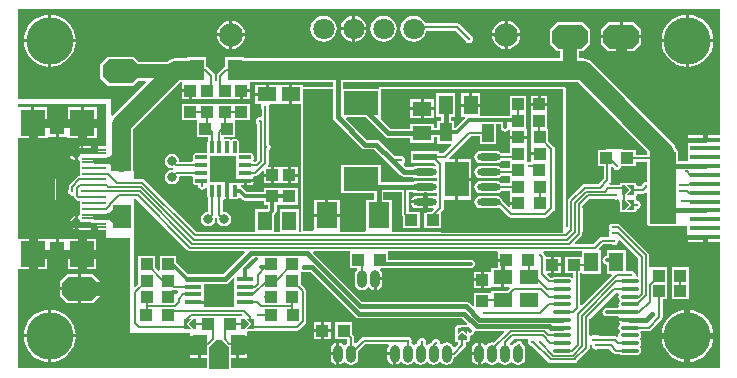
<source format=gtl>
G04 Layer_Physical_Order=1*
G04 Layer_Color=255*
%FSLAX44Y44*%
%MOMM*%
G71*
G01*
G75*
%ADD10R,1.5000X1.2000*%
%ADD11O,1.5000X0.4000*%
%ADD12R,1.4500X0.4500*%
G04:AMPARAMS|DCode=13|XSize=0.99mm|YSize=0.34mm|CornerRadius=0.0425mm|HoleSize=0mm|Usage=FLASHONLY|Rotation=180.000|XOffset=0mm|YOffset=0mm|HoleType=Round|Shape=RoundedRectangle|*
%AMROUNDEDRECTD13*
21,1,0.9900,0.2550,0,0,180.0*
21,1,0.9050,0.3400,0,0,180.0*
1,1,0.0850,-0.4525,0.1275*
1,1,0.0850,0.4525,0.1275*
1,1,0.0850,0.4525,-0.1275*
1,1,0.0850,-0.4525,-0.1275*
%
%ADD13ROUNDEDRECTD13*%
G04:AMPARAMS|DCode=14|XSize=0.99mm|YSize=0.34mm|CornerRadius=0.0425mm|HoleSize=0mm|Usage=FLASHONLY|Rotation=90.000|XOffset=0mm|YOffset=0mm|HoleType=Round|Shape=RoundedRectangle|*
%AMROUNDEDRECTD14*
21,1,0.9900,0.2550,0,0,90.0*
21,1,0.9050,0.3400,0,0,90.0*
1,1,0.0850,0.1275,0.4525*
1,1,0.0850,0.1275,-0.4525*
1,1,0.0850,-0.1275,-0.4525*
1,1,0.0850,-0.1275,0.4525*
%
%ADD14ROUNDEDRECTD14*%
%ADD15R,2.1600X2.1600*%
%ADD16R,2.0000X3.0000*%
%ADD17R,2.0000X0.6000*%
%ADD18O,2.0000X0.6000*%
G04:AMPARAMS|DCode=19|XSize=3mm|YSize=2mm|CornerRadius=0mm|HoleSize=0mm|Usage=FLASHONLY|Rotation=180.000|XOffset=0mm|YOffset=0mm|HoleType=Round|Shape=Octagon|*
%AMOCTAGOND19*
4,1,8,-1.5000,0.5000,-1.5000,-0.5000,-1.0000,-1.0000,1.0000,-1.0000,1.5000,-0.5000,1.5000,0.5000,1.0000,1.0000,-1.0000,1.0000,-1.5000,0.5000,0.0*
%
%ADD19OCTAGOND19*%

%ADD20R,1.0000X1.0000*%
%ADD21R,1.2000X1.8000*%
%ADD22R,1.0000X1.0000*%
%ADD23O,0.8000X1.5000*%
%ADD24R,1.2000X1.6300*%
%ADD25R,3.0000X2.0000*%
%ADD26O,0.2000X0.3000*%
%ADD27R,2.5000X0.4000*%
%ADD28R,2.0000X2.2000*%
%ADD29R,2.0000X0.2500*%
%ADD30R,1.8000X2.2200*%
%ADD31R,1.0000X1.5240*%
%ADD32R,1.6300X1.2000*%
%ADD33C,0.8000*%
%ADD34O,0.3000X0.2000*%
%ADD35C,0.4000*%
%ADD36C,0.2000*%
%ADD37C,0.8000*%
%ADD38C,0.3000*%
%ADD39C,0.5000*%
%ADD40C,1.2000*%
%ADD41C,0.6000*%
%ADD42C,1.5000*%
%ADD43C,1.6000*%
%ADD44C,0.2500*%
%ADD45C,0.9000*%
%ADD46R,1.5000X0.8000*%
%ADD47R,1.2000X1.2316*%
%ADD48R,0.8270X12.0500*%
%ADD49R,1.2500X1.2816*%
%ADD50R,0.7816X2.3000*%
%ADD51R,1.2500X0.7816*%
%ADD52R,2.5500X2.2500*%
%ADD53R,9.9000X0.8270*%
%ADD54R,0.8000X12.1500*%
%ADD55R,1.6632X1.8000*%
%ADD56R,2.5000X1.7233*%
%ADD57R,0.9500X2.2816*%
%ADD58R,2.7000X1.6316*%
%ADD59R,2.2500X1.7000*%
%ADD60R,0.8956X1.3460*%
%ADD61R,1.6500X2.2797*%
%ADD62R,1.0706X1.4500*%
%ADD63R,1.0255X0.8000*%
%ADD64R,2.1000X1.6000*%
%ADD65R,2.2000X6.1000*%
%ADD66R,1.5316X1.8000*%
%ADD67R,1.4500X1.5500*%
%ADD68R,1.2000X0.8000*%
%ADD69C,2.0000*%
%ADD70C,1.8000*%
%ADD71C,0.7000*%
%ADD72C,4.0000*%
%ADD73C,0.3000*%
G36*
X142070Y244570D02*
Y238840D01*
X149070D01*
Y237570D01*
X150340D01*
Y230570D01*
X170040D01*
Y230570D01*
X171280D01*
Y230570D01*
X190980D01*
Y237570D01*
X192250D01*
Y238840D01*
X199250D01*
Y244570D01*
X200423Y244804D01*
X269922D01*
Y241039D01*
X253000D01*
X253000Y241039D01*
X244730D01*
X244150Y242063D01*
Y242500D01*
X235270D01*
Y234500D01*
Y226500D01*
X242691D01*
Y148327D01*
X242672Y148265D01*
X242616Y148181D01*
X242558Y147887D01*
X242471Y147601D01*
X242481Y147500D01*
X242461Y147401D01*
Y138599D01*
X242481Y138500D01*
X242471Y138399D01*
X242558Y138113D01*
X242616Y137819D01*
X242672Y137735D01*
X242691Y137673D01*
Y118500D01*
X242534Y118309D01*
X241000D01*
Y137650D01*
X225000D01*
Y118309D01*
X220000D01*
Y132453D01*
X221023Y133477D01*
X221797Y134634D01*
X222069Y136000D01*
Y141140D01*
X225500D01*
Y141140D01*
X226000D01*
Y141140D01*
X240000D01*
Y155140D01*
X226000D01*
Y155140D01*
X225500D01*
Y155140D01*
X211500D01*
Y151709D01*
X197118D01*
X193593Y155233D01*
X192436Y156007D01*
X191688Y156156D01*
X191546Y156383D01*
X191612Y157052D01*
X192120Y157812D01*
X194340D01*
Y161560D01*
X195610D01*
Y162830D01*
X202607D01*
Y162835D01*
X202429Y163731D01*
X202423Y163788D01*
X203132Y165001D01*
X203913D01*
X203914Y165001D01*
X205084Y165234D01*
X206076Y165897D01*
X210327Y170147D01*
X211500Y169661D01*
Y167380D01*
X217230D01*
Y173110D01*
X214949D01*
X214463Y174283D01*
X214663Y174484D01*
X214663Y174484D01*
X215326Y175476D01*
X215559Y176646D01*
Y187166D01*
X216023Y187477D01*
X216797Y188634D01*
X217069Y190000D01*
X216797Y191366D01*
X216023Y192523D01*
X215559Y192834D01*
Y222278D01*
X215797Y222634D01*
X216069Y224000D01*
X215824Y225230D01*
X215908Y225606D01*
X216386Y226500D01*
X232730D01*
Y234500D01*
Y242500D01*
X215270D01*
Y234500D01*
X214000D01*
Y233230D01*
X203850D01*
Y226500D01*
X208614D01*
X209092Y225606D01*
X209176Y225230D01*
X208931Y224000D01*
X209203Y222634D01*
X209441Y222278D01*
Y216577D01*
X208171Y215534D01*
X208000Y215569D01*
X206634Y215297D01*
X205477Y214523D01*
X204703Y213366D01*
X204431Y212000D01*
X204703Y210634D01*
X205477Y209477D01*
X205941Y209166D01*
Y179010D01*
X204550Y177619D01*
X203132D01*
X202423Y178832D01*
X202429Y178889D01*
X202607Y179785D01*
Y182335D01*
X202419Y183281D01*
X201883Y184083D01*
X201081Y184619D01*
X200135Y184807D01*
X191688D01*
X190895Y185195D01*
X190508Y185987D01*
Y194435D01*
X190319Y195381D01*
X189783Y196183D01*
X188981Y196719D01*
X188035Y196908D01*
X185485D01*
X184539Y196719D01*
X183737Y196183D01*
X183283D01*
X182481Y196719D01*
X181535Y196908D01*
X178985D01*
X178089Y196729D01*
X178032Y196723D01*
X176993Y197330D01*
X176976Y197681D01*
X177853Y198600D01*
X186770D01*
Y212600D01*
X188040Y212600D01*
X199250D01*
Y226600D01*
X171280D01*
Y226600D01*
X170040D01*
Y226600D01*
X142070D01*
Y212600D01*
X153530D01*
X154800Y212600D01*
Y198600D01*
X164201D01*
Y196130D01*
X163701Y195381D01*
X163512Y194435D01*
Y185987D01*
X163125Y185195D01*
X162332Y184807D01*
X153885D01*
X152939Y184619D01*
X152137Y184083D01*
X151601Y183281D01*
X151412Y182335D01*
Y179785D01*
X151591Y178889D01*
X151597Y178832D01*
X150889Y177619D01*
X139930D01*
X139618Y178000D01*
X139152Y180341D01*
X137826Y182326D01*
X135841Y183652D01*
X133500Y184118D01*
X131159Y183652D01*
X129174Y182326D01*
X127848Y180341D01*
X127382Y178000D01*
X127848Y175659D01*
X129174Y173674D01*
X131159Y172348D01*
X133500Y171882D01*
X134169Y172015D01*
X134406Y171837D01*
X134435Y171258D01*
X134063Y170506D01*
X133500Y170618D01*
X131159Y170152D01*
X129174Y168826D01*
X127848Y166841D01*
X127382Y164500D01*
X127848Y162159D01*
X129174Y160174D01*
X131159Y158848D01*
X133500Y158382D01*
X135841Y158848D01*
X137826Y160174D01*
X139152Y162159D01*
X139618Y164500D01*
X140029Y165001D01*
X150889D01*
X151597Y163788D01*
X151591Y163731D01*
X151412Y162835D01*
Y160285D01*
X151601Y159339D01*
X152137Y158537D01*
X152939Y158001D01*
X153885Y157812D01*
X155274D01*
X155661Y157340D01*
X155933Y155974D01*
X156707Y154817D01*
X157864Y154043D01*
X159230Y153771D01*
X160596Y154043D01*
X161753Y154817D01*
X162243Y155549D01*
X163512Y155163D01*
Y148185D01*
X163701Y147239D01*
X164201Y146490D01*
Y135283D01*
X164000Y135118D01*
X161659Y134652D01*
X159674Y133326D01*
X158348Y131341D01*
X157882Y129000D01*
X158348Y126659D01*
X159674Y124674D01*
X161659Y123348D01*
X164000Y122882D01*
X166341Y123348D01*
X168326Y124674D01*
X169652Y126659D01*
X170117Y129000D01*
X169999Y129598D01*
X170121Y129785D01*
X171537Y129777D01*
X171383Y129000D01*
X171848Y126659D01*
X173174Y124674D01*
X175159Y123348D01*
X177500Y122882D01*
X179841Y123348D01*
X181826Y124674D01*
X183152Y126659D01*
X183617Y129000D01*
X183152Y131341D01*
X181826Y133326D01*
X179841Y134652D01*
X177500Y135118D01*
X176819Y135677D01*
Y145189D01*
X178032Y145897D01*
X178089Y145891D01*
X178985Y145712D01*
X178990D01*
Y152710D01*
X181530D01*
Y145712D01*
X181535D01*
X182481Y145901D01*
X182541Y145941D01*
X183510Y146343D01*
X184479Y145941D01*
X184539Y145901D01*
X185485Y145712D01*
X188035D01*
X188981Y145901D01*
X189783Y146437D01*
X190071Y146867D01*
X191278Y147164D01*
X191594Y147139D01*
X192413Y146320D01*
X192977Y145477D01*
X194134Y144703D01*
X195500Y144431D01*
X196204Y144571D01*
X211500D01*
Y141140D01*
X214931D01*
Y137650D01*
X204000D01*
Y118309D01*
X154113D01*
X110509Y161913D01*
X109517Y162576D01*
X108346Y162809D01*
X108346Y162809D01*
X101000D01*
Y169500D01*
X100539D01*
X100539Y187000D01*
X100384Y187780D01*
X100256Y187971D01*
Y204992D01*
X140308Y245044D01*
X140996D01*
X142070Y244570D01*
D02*
G37*
G36*
X457718Y239000D02*
X457919Y238742D01*
X458281Y237730D01*
X457703Y236866D01*
X457684Y236770D01*
X461000D01*
Y234230D01*
X457684D01*
X457703Y234134D01*
X458477Y232977D01*
X458795Y232764D01*
Y231236D01*
X458477Y231023D01*
X457703Y229866D01*
X457684Y229770D01*
X461000D01*
Y227230D01*
X457684D01*
X457703Y227134D01*
X458477Y225977D01*
X458795Y225764D01*
Y224236D01*
X458477Y224023D01*
X457703Y222866D01*
X457684Y222770D01*
X461000D01*
Y220230D01*
X457684D01*
X457703Y220134D01*
X458477Y218977D01*
X458795Y218764D01*
Y217236D01*
X458477Y217023D01*
X457703Y215866D01*
X457684Y215770D01*
X461000D01*
Y214500D01*
X462270D01*
Y211184D01*
X462366Y211203D01*
X463523Y211977D01*
X463730Y212286D01*
X465000Y211901D01*
Y203099D01*
X463730Y202714D01*
X463523Y203023D01*
X462366Y203797D01*
X462270Y203816D01*
Y200500D01*
X461000D01*
Y199230D01*
X457684D01*
X457703Y199134D01*
X458477Y197977D01*
X458795Y197764D01*
Y196236D01*
X458477Y196023D01*
X457703Y194866D01*
X457684Y194770D01*
X461000D01*
Y192230D01*
X457684D01*
X457703Y192134D01*
X458477Y190977D01*
X458153Y190080D01*
X456828Y190255D01*
X456823Y190263D01*
X451720Y195366D01*
Y205040D01*
X451470D01*
Y218980D01*
Y224710D01*
X437470D01*
Y218980D01*
Y205010D01*
X437720D01*
Y191040D01*
Y185340D01*
X444720D01*
Y182800D01*
X437720D01*
Y178237D01*
X437564Y178022D01*
X436450Y177311D01*
X435610Y177479D01*
X435020Y177361D01*
X433761Y178279D01*
X433750Y178305D01*
Y191040D01*
Y196770D01*
X426750D01*
X419750D01*
Y191040D01*
Y184589D01*
X412620D01*
X412255Y185135D01*
X410601Y186240D01*
X408650Y186628D01*
X394650D01*
X392699Y186240D01*
X391045Y185135D01*
X389940Y183481D01*
X389552Y181530D01*
X389940Y179579D01*
X391045Y177925D01*
X392699Y176820D01*
X394650Y176432D01*
X408650D01*
X410601Y176820D01*
X412255Y177925D01*
X412620Y178471D01*
X419750D01*
Y177100D01*
X419500D01*
Y171889D01*
X412620D01*
X412255Y172435D01*
X410601Y173540D01*
X408650Y173928D01*
X394650D01*
X392699Y173540D01*
X391045Y172435D01*
X389940Y170781D01*
X389552Y168830D01*
X389940Y166879D01*
X391045Y165225D01*
X392699Y164120D01*
X394650Y163732D01*
X408650D01*
X410601Y164120D01*
X412255Y165225D01*
X412620Y165771D01*
X419500D01*
Y163100D01*
X419750D01*
Y159189D01*
X412620D01*
X412255Y159735D01*
X410601Y160840D01*
X408650Y161228D01*
X394650D01*
X392699Y160840D01*
X391045Y159735D01*
X389940Y158081D01*
X389552Y156130D01*
X389940Y154179D01*
X391045Y152525D01*
X392699Y151420D01*
X394650Y151032D01*
X408650D01*
X410601Y151420D01*
X412255Y152525D01*
X412620Y153071D01*
X419750D01*
Y143430D01*
X426750D01*
Y140890D01*
X419750D01*
Y139875D01*
X418577Y139389D01*
X413552Y144413D01*
X413360Y145381D01*
X412255Y147035D01*
X410601Y148140D01*
X408650Y148528D01*
X394650D01*
X392699Y148140D01*
X391045Y147035D01*
X389940Y145381D01*
X389552Y143430D01*
X389940Y141479D01*
X391045Y139825D01*
X392699Y138720D01*
X394650Y138332D01*
X408650D01*
X410595Y138719D01*
X418207Y131107D01*
X418207Y131107D01*
X419199Y130444D01*
X420370Y130211D01*
X449580D01*
X449580Y130211D01*
X450751Y130444D01*
X451743Y131107D01*
X456483Y135848D01*
X456709Y135901D01*
X457685Y135816D01*
X458009Y135676D01*
X458477Y134977D01*
X458795Y134764D01*
Y133237D01*
X458477Y133024D01*
X457703Y131866D01*
X457684Y131770D01*
X461000D01*
Y129230D01*
X457684D01*
X457703Y129135D01*
X458477Y127977D01*
X458795Y127764D01*
Y126236D01*
X458477Y126024D01*
X457987Y125291D01*
X457467Y124877D01*
X456420Y124926D01*
X455866Y125297D01*
X455770Y125316D01*
Y122000D01*
X453230D01*
Y125316D01*
X453134Y125297D01*
X451977Y124523D01*
X451764Y124205D01*
X450236D01*
X450023Y124523D01*
X448866Y125297D01*
X448770Y125316D01*
Y122000D01*
X446230D01*
Y125316D01*
X446134Y125297D01*
X444977Y124523D01*
X444764Y124205D01*
X443236D01*
X443023Y124523D01*
X441866Y125297D01*
X441770Y125316D01*
Y122000D01*
X439230D01*
Y125316D01*
X439134Y125297D01*
X437977Y124523D01*
X437764Y124205D01*
X436236D01*
X436023Y124523D01*
X434866Y125297D01*
X434770Y125316D01*
Y122000D01*
X432230D01*
Y125316D01*
X432134Y125297D01*
X430977Y124523D01*
X430764Y124205D01*
X429236D01*
X429023Y124523D01*
X427866Y125297D01*
X427770Y125316D01*
Y122000D01*
X425230D01*
Y125316D01*
X425134Y125297D01*
X423977Y124523D01*
X423764Y124205D01*
X422236D01*
X422023Y124523D01*
X420866Y125297D01*
X420770Y125316D01*
Y122000D01*
X418230D01*
Y125316D01*
X418134Y125297D01*
X416977Y124523D01*
X416764Y124205D01*
X415236D01*
X415023Y124523D01*
X413866Y125297D01*
X413770Y125316D01*
Y122000D01*
X411230D01*
Y125316D01*
X411134Y125297D01*
X409977Y124523D01*
X409764Y124205D01*
X408236D01*
X408023Y124523D01*
X406866Y125297D01*
X406770Y125316D01*
Y122000D01*
X404230D01*
Y125316D01*
X404134Y125297D01*
X402977Y124523D01*
X402764Y124205D01*
X401236D01*
X401023Y124523D01*
X399866Y125297D01*
X399770Y125316D01*
Y122000D01*
X397230D01*
Y125316D01*
X397134Y125297D01*
X395977Y124523D01*
X395764Y124205D01*
X394236D01*
X394023Y124523D01*
X392866Y125297D01*
X392770Y125316D01*
Y122000D01*
X390230D01*
Y125316D01*
X390134Y125297D01*
X388977Y124523D01*
X388764Y124205D01*
X387236D01*
X387023Y124523D01*
X385866Y125297D01*
X385770Y125316D01*
Y122000D01*
X383230D01*
Y125316D01*
X383134Y125297D01*
X381977Y124523D01*
X381764Y124205D01*
X380236D01*
X380023Y124523D01*
X378866Y125297D01*
X378770Y125316D01*
Y122000D01*
X376230D01*
Y125316D01*
X376134Y125297D01*
X374977Y124523D01*
X374764Y124205D01*
X373236D01*
X373023Y124523D01*
X371866Y125297D01*
X371770Y125316D01*
Y122000D01*
X370500D01*
Y120730D01*
X367184D01*
X367203Y120634D01*
X367909Y119579D01*
X367791Y119073D01*
X367439Y118309D01*
X320525D01*
X319500Y118900D01*
Y145100D01*
X312578D01*
Y152052D01*
X327941D01*
Y133520D01*
X327941Y133520D01*
X328174Y132350D01*
X328837Y131357D01*
X329330Y130864D01*
Y121190D01*
X343330D01*
Y135190D01*
X334059D01*
Y152052D01*
X337754D01*
X338699Y151420D01*
X340650Y151032D01*
X354650D01*
X356351Y151370D01*
X357621Y150691D01*
Y148869D01*
X356351Y148189D01*
X354650Y148528D01*
X348920D01*
Y143430D01*
Y138332D01*
X354540D01*
X354753Y138078D01*
X355139Y137134D01*
X353194Y135190D01*
X347300D01*
Y121190D01*
X361300D01*
Y134644D01*
X362843Y136187D01*
X362843Y136187D01*
X363506Y137179D01*
X363739Y138350D01*
X363739Y138350D01*
Y145480D01*
X373380D01*
Y162480D01*
Y179480D01*
X368425D01*
X367939Y180653D01*
X386331Y199045D01*
X394252D01*
Y192484D01*
X408252D01*
Y209031D01*
X411931D01*
Y206500D01*
X412203Y205134D01*
X412977Y203977D01*
X414134Y203203D01*
X415500Y202931D01*
X416866Y203203D01*
X418023Y203977D01*
X418415Y204563D01*
X418578Y204630D01*
X419750Y204275D01*
Y199310D01*
X426750D01*
X433750D01*
Y205040D01*
X433500D01*
Y218980D01*
Y232980D01*
X419500D01*
Y216169D01*
X394500D01*
Y224230D01*
X386500D01*
X378500D01*
Y215350D01*
X381307D01*
X381833Y214080D01*
X373568Y205815D01*
X372252D01*
Y211866D01*
X369498D01*
Y215350D01*
X373500D01*
Y235650D01*
X357500D01*
Y215350D01*
X361342D01*
Y211866D01*
X358252D01*
Y206324D01*
X355590D01*
Y209510D01*
X335290D01*
Y205588D01*
X318509D01*
X310089Y214008D01*
X310500Y215000D01*
X310500D01*
Y239000D01*
X457718Y239000D01*
D02*
G37*
G36*
X77500Y195000D02*
Y190750D01*
X68850D01*
Y187500D01*
X66310D01*
Y190750D01*
X55580D01*
Y189921D01*
X54310Y189164D01*
X53850Y189255D01*
Y183900D01*
Y178545D01*
X54310Y178636D01*
X55580Y177879D01*
Y166583D01*
X55000Y165559D01*
X53829Y165326D01*
X52837Y164663D01*
X46837Y158663D01*
X46174Y157670D01*
X45941Y156500D01*
X45941Y156500D01*
Y154042D01*
X45703Y153686D01*
X45431Y152320D01*
X45703Y150954D01*
X46477Y149797D01*
X47634Y149023D01*
X49000Y148751D01*
X49036Y148759D01*
X50281Y148510D01*
X50514Y147339D01*
X51177Y146347D01*
X52187Y145337D01*
X52187Y145337D01*
X53179Y144674D01*
X54350Y144441D01*
X54350Y144441D01*
X55580D01*
Y132121D01*
X54310Y131364D01*
X53850Y131455D01*
Y126100D01*
Y120745D01*
X54310Y120836D01*
X55580Y120079D01*
Y119250D01*
X66310D01*
Y122500D01*
X68850D01*
Y119250D01*
X77500D01*
Y112500D01*
X98000D01*
Y32500D01*
X149220D01*
Y23470D01*
X157220D01*
Y22200D01*
X158490D01*
Y11200D01*
X162961D01*
Y2804D01*
X2804D01*
Y85390D01*
X3494Y86374D01*
X4074Y86374D01*
X14224D01*
Y99374D01*
Y112374D01*
X4074D01*
X3494Y112374D01*
X2804Y113358D01*
Y196642D01*
X3494Y197626D01*
X4074Y197626D01*
X14224D01*
Y210626D01*
Y223626D01*
X4074D01*
X3494Y223626D01*
X2804Y224610D01*
Y226500D01*
X77500D01*
Y195000D01*
D02*
G37*
G36*
X313936Y198626D02*
X313936Y198626D01*
X315259Y197742D01*
X316820Y197432D01*
X316820Y197432D01*
X335290D01*
Y193510D01*
X355590D01*
Y198168D01*
X358252D01*
Y192626D01*
X369601D01*
X370087Y191453D01*
X363223Y184589D01*
X359650D01*
Y186530D01*
X335650D01*
Y176530D01*
X355004D01*
X356724Y174810D01*
X356098Y173640D01*
X354650Y173928D01*
X340650D01*
X338699Y173540D01*
X337754Y172908D01*
X331359D01*
X329601Y174667D01*
X329762Y176302D01*
X330023Y176477D01*
X330797Y177634D01*
X331069Y179000D01*
X330797Y180366D01*
X330023Y181523D01*
X328866Y182297D01*
X327500Y182569D01*
X326134Y182297D01*
X325778Y182059D01*
X322209D01*
X309384Y194884D01*
X308061Y195768D01*
X306500Y196078D01*
X306500Y196078D01*
X298689D01*
X280941Y213827D01*
X281427Y215000D01*
X297562D01*
X313936Y198626D01*
D02*
G37*
G36*
X536006Y186229D02*
X535961Y186000D01*
Y183559D01*
X526110D01*
Y187500D01*
X515252D01*
X515115Y187703D01*
X515450Y189428D01*
X515523Y189477D01*
X516297Y190634D01*
X516316Y190730D01*
X513000D01*
Y193270D01*
X516316D01*
X516297Y193366D01*
X515539Y194500D01*
X516297Y195634D01*
X516316Y195730D01*
X513000D01*
Y198270D01*
X516316D01*
X516297Y198366D01*
X515539Y199500D01*
X516297Y200634D01*
X516316Y200730D01*
X513000D01*
Y202000D01*
X511730D01*
Y205316D01*
X511634Y205297D01*
X510500Y204539D01*
X509366Y205297D01*
X509270Y205316D01*
Y202000D01*
X506730D01*
Y205316D01*
X506634Y205297D01*
X505500Y204539D01*
X504366Y205297D01*
X504270Y205316D01*
Y202000D01*
X503000D01*
Y200730D01*
X499684D01*
X499703Y200634D01*
X500461Y199500D01*
X499703Y198366D01*
X499684Y198270D01*
X503000D01*
Y195730D01*
X499684D01*
X499703Y195634D01*
X500461Y194500D01*
X499703Y193366D01*
X499684Y193270D01*
X503000D01*
Y190730D01*
X499684D01*
X499703Y190634D01*
X500477Y189477D01*
X500550Y189428D01*
X500885Y187703D01*
X500748Y187500D01*
X494140D01*
Y173500D01*
X498941D01*
Y162907D01*
X494593Y158559D01*
X482808D01*
X482808Y158559D01*
X481637Y158326D01*
X480645Y157663D01*
X469337Y146355D01*
X468674Y145363D01*
X468441Y144192D01*
X468441Y144192D01*
Y122318D01*
X468309Y122230D01*
X467039Y122909D01*
Y239000D01*
X466884Y239780D01*
X466442Y240442D01*
X465780Y240884D01*
X465000Y241039D01*
X457718D01*
X310500Y241039D01*
X309720Y240884D01*
X309058Y240442D01*
X308616Y239780D01*
X308461Y239000D01*
X278078D01*
Y244804D01*
X477432D01*
X536006Y186229D01*
D02*
G37*
G36*
X98500Y169500D02*
X82000Y169500D01*
X82000Y174500D01*
X80500Y176000D01*
X78500Y176000D01*
Y181500D01*
X80500Y181500D01*
X83500Y184500D01*
X83500Y187000D01*
X98500Y187000D01*
X98500Y169500D01*
D02*
G37*
G36*
X597196Y200250D02*
X586270D01*
Y196250D01*
X585000D01*
Y194980D01*
X570500D01*
Y192250D01*
Y184750D01*
Y178078D01*
X567033D01*
X567033Y178078D01*
X565775Y177828D01*
X562039D01*
Y186000D01*
X561884Y186780D01*
X561442Y187442D01*
X560780Y187884D01*
X560326Y187974D01*
X560243Y188610D01*
X559235Y191043D01*
X557632Y193132D01*
X488742Y262022D01*
X486653Y263625D01*
X484221Y264633D01*
X481610Y264976D01*
X478569D01*
Y271500D01*
X481500D01*
X487500Y277500D01*
Y289500D01*
X481500Y295500D01*
X459500D01*
X453500Y289500D01*
Y277500D01*
X459500Y271500D01*
X462431D01*
Y264976D01*
X194660D01*
Y266130D01*
X178660D01*
Y258012D01*
X178379Y257956D01*
X177387Y257293D01*
X177387Y257293D01*
X172307Y252213D01*
X171644Y251220D01*
X171411Y250050D01*
X171411Y250050D01*
Y246106D01*
X170725Y245682D01*
X170113Y245590D01*
X169909Y245786D01*
Y250050D01*
X169909Y250050D01*
X169676Y251220D01*
X169013Y252213D01*
X169013Y252213D01*
X163933Y257293D01*
X162941Y257956D01*
X162660Y258012D01*
Y266130D01*
X146660D01*
Y265216D01*
X136130D01*
X133519Y264873D01*
X131087Y263865D01*
X128998Y262262D01*
X128805Y262069D01*
X104931D01*
X101000Y266000D01*
X79000D01*
X73000Y260000D01*
Y248000D01*
X79000Y242000D01*
X101000D01*
X104931Y245931D01*
X111007D01*
X111494Y244758D01*
X83270Y216534D01*
X82000Y216862D01*
Y230500D01*
X2804Y230500D01*
Y307196D01*
X597196D01*
Y200250D01*
D02*
G37*
G36*
X535961Y161358D02*
X534999Y160568D01*
X533633Y160297D01*
X532476Y159523D01*
X531702Y158365D01*
X531430Y157000D01*
X530205Y156649D01*
X526930D01*
Y157654D01*
X526775Y158434D01*
X526333Y159096D01*
X525671Y159538D01*
X524891Y159693D01*
X519049D01*
X518742Y159632D01*
X518430Y159597D01*
X518354Y159555D01*
X518269Y159538D01*
X518223Y159508D01*
X518178Y159538D01*
X517889Y159595D01*
X517608Y159682D01*
X517502Y159672D01*
X517398Y159693D01*
X514350D01*
X513570Y159538D01*
X512908Y159096D01*
X512466Y158434D01*
X512401Y158109D01*
X504454D01*
X503968Y159282D01*
X504163Y159477D01*
X504826Y160469D01*
X505059Y161640D01*
Y173127D01*
X506329Y173345D01*
X506619Y173055D01*
X506703Y172634D01*
X507477Y171477D01*
X508634Y170703D01*
X510000Y170431D01*
X511366Y170703D01*
X512523Y171477D01*
X513297Y172634D01*
X513469Y173500D01*
X526110D01*
Y177441D01*
X535961D01*
Y161358D01*
D02*
G37*
G36*
X269922Y239000D02*
Y215000D01*
X269922Y215000D01*
X270232Y213439D01*
X271116Y212116D01*
X294116Y189116D01*
X295439Y188232D01*
X297000Y187922D01*
X297000Y187922D01*
X304811D01*
X316616Y176116D01*
X326786Y165946D01*
X326786Y165946D01*
X328109Y165062D01*
X329670Y164752D01*
X329670Y164752D01*
X337754D01*
X338699Y164120D01*
X340650Y163732D01*
X354650D01*
X356351Y164070D01*
X357621Y163391D01*
Y161569D01*
X356351Y160889D01*
X354650Y161228D01*
X340650D01*
X338699Y160840D01*
X337754Y160208D01*
X310500D01*
Y175000D01*
X276500D01*
Y151000D01*
X304422D01*
Y145100D01*
X297500D01*
Y118900D01*
X296475Y118309D01*
X276525D01*
X275500Y118900D01*
X275500Y119579D01*
Y130730D01*
X253500D01*
X253500Y119348D01*
X252381Y118535D01*
X251829Y118660D01*
X251346Y119959D01*
X251797Y120634D01*
X251816Y120730D01*
X248500D01*
Y123270D01*
X251816D01*
X251797Y123366D01*
X251023Y124523D01*
X250705Y124736D01*
Y126264D01*
X251023Y126477D01*
X251797Y127634D01*
X251816Y127730D01*
X248500D01*
Y130270D01*
X251816D01*
X251797Y130366D01*
X251023Y131524D01*
X250705Y131736D01*
Y133264D01*
X251023Y133477D01*
X251797Y134635D01*
X251816Y134730D01*
X248500D01*
Y136000D01*
X247230D01*
Y139316D01*
X247134Y139297D01*
X245977Y138523D01*
X245770Y138214D01*
X244500Y138599D01*
Y147401D01*
X245770Y147786D01*
X245977Y147477D01*
X247134Y146703D01*
X247230Y146684D01*
Y150000D01*
X248500D01*
Y151270D01*
X251816D01*
X251797Y151366D01*
X251023Y152523D01*
X250705Y152736D01*
Y154264D01*
X251023Y154477D01*
X251797Y155634D01*
X251816Y155730D01*
X248500D01*
Y158270D01*
X251816D01*
X251797Y158366D01*
X251023Y159523D01*
X250705Y159736D01*
Y161264D01*
X251023Y161477D01*
X251797Y162634D01*
X251816Y162730D01*
X248500D01*
Y165270D01*
X251816D01*
X251797Y165366D01*
X251023Y166523D01*
X250705Y166736D01*
Y168264D01*
X251023Y168477D01*
X251797Y169634D01*
X251816Y169730D01*
X248500D01*
Y172270D01*
X251816D01*
X251797Y172366D01*
X251023Y173523D01*
X250705Y173736D01*
Y175264D01*
X251023Y175477D01*
X251797Y176634D01*
X251816Y176730D01*
X248500D01*
Y179270D01*
X251816D01*
X251797Y179366D01*
X251023Y180523D01*
X250705Y180736D01*
Y182264D01*
X251023Y182477D01*
X251797Y183634D01*
X251816Y183730D01*
X248500D01*
Y186270D01*
X251816D01*
X251797Y186366D01*
X251023Y187523D01*
X250705Y187736D01*
Y189264D01*
X251023Y189477D01*
X251797Y190634D01*
X251816Y190730D01*
X248500D01*
Y193270D01*
X251816D01*
X251797Y193366D01*
X251023Y194523D01*
X250705Y194736D01*
Y196264D01*
X251023Y196477D01*
X251797Y197634D01*
X251816Y197730D01*
X248500D01*
Y200270D01*
X251816D01*
X251797Y200366D01*
X251023Y201523D01*
X250705Y201736D01*
Y203264D01*
X251023Y203477D01*
X251797Y204634D01*
X251816Y204730D01*
X248500D01*
Y207270D01*
X251816D01*
X251797Y207366D01*
X251023Y208523D01*
X250705Y208736D01*
Y210264D01*
X251023Y210477D01*
X251797Y211634D01*
X251816Y211730D01*
X248500D01*
Y214270D01*
X251816D01*
X251797Y214366D01*
X251023Y215523D01*
X250705Y215736D01*
Y217264D01*
X251023Y217477D01*
X251797Y218634D01*
X251816Y218730D01*
X248500D01*
Y221270D01*
X251816D01*
X251797Y221366D01*
X251023Y222523D01*
X250705Y222736D01*
Y224264D01*
X251023Y224477D01*
X251797Y225634D01*
X251816Y225730D01*
X248500D01*
Y228270D01*
X251816D01*
X251797Y228365D01*
X251023Y229523D01*
X250705Y229736D01*
Y231264D01*
X251023Y231476D01*
X251797Y232634D01*
X251816Y232730D01*
X248500D01*
Y234000D01*
X247230D01*
Y237316D01*
X247134Y237297D01*
X245977Y236523D01*
X245770Y236214D01*
X244500Y236599D01*
Y239000D01*
X269922D01*
D02*
G37*
G36*
X535251Y151270D02*
X535961Y150976D01*
Y125000D01*
X536116Y124220D01*
X536558Y123558D01*
X537220Y123116D01*
X538000Y122961D01*
X557692D01*
X557832Y122794D01*
X558255Y121691D01*
X557703Y120866D01*
X557684Y120770D01*
X561000D01*
Y118230D01*
X557684D01*
X557703Y118134D01*
X558461Y117000D01*
X557703Y115866D01*
X557684Y115770D01*
X561000D01*
Y114500D01*
X562270D01*
Y111184D01*
X562366Y111203D01*
X563500Y111961D01*
X564634Y111203D01*
X564730Y111184D01*
Y114500D01*
X567270D01*
Y111184D01*
X567366Y111203D01*
X568523Y111977D01*
X568572Y112050D01*
X570297Y112385D01*
X570500Y112248D01*
Y109750D01*
X580930D01*
X581055Y108480D01*
X580134Y108297D01*
X578977Y107523D01*
X578203Y106366D01*
X578184Y106270D01*
X581500D01*
Y103730D01*
X578184D01*
X578203Y103634D01*
X578977Y102477D01*
X579295Y102264D01*
Y100736D01*
X578977Y100523D01*
X578203Y99366D01*
X578184Y99270D01*
X581500D01*
Y98000D01*
X582770D01*
Y94684D01*
X582866Y94703D01*
X584023Y95477D01*
X584236Y95795D01*
X585764D01*
X585977Y95477D01*
X587134Y94703D01*
X587230Y94684D01*
Y98000D01*
X588500D01*
Y99270D01*
X591816D01*
X591797Y99366D01*
X591023Y100523D01*
X590705Y100736D01*
Y102264D01*
X591023Y102477D01*
X591797Y103634D01*
X591816Y103730D01*
X588500D01*
Y106270D01*
X591816D01*
X591797Y106366D01*
X591023Y107523D01*
X589866Y108297D01*
X588945Y108480D01*
X589070Y109750D01*
X597196D01*
Y2804D01*
X183539D01*
Y11200D01*
X187950D01*
Y22200D01*
X189220D01*
Y23470D01*
X197220D01*
Y33200D01*
X198039Y34131D01*
X202811D01*
X203591Y34286D01*
X203734Y34381D01*
X239260D01*
X239260Y34381D01*
X240431Y34614D01*
X241423Y35277D01*
X246503Y40357D01*
X246503Y40357D01*
X247166Y41349D01*
X247399Y42520D01*
X247399Y42520D01*
Y67890D01*
X247399Y67890D01*
X247166Y69061D01*
X246503Y70053D01*
X242420Y74136D01*
Y84033D01*
X243690Y84712D01*
X244049Y84472D01*
X245610Y84162D01*
X250646D01*
X284866Y49942D01*
X284866Y49942D01*
X288770Y46038D01*
X288770Y46038D01*
X290093Y45154D01*
X291654Y44843D01*
X291654Y44843D01*
X379486D01*
X383744Y40585D01*
X383218Y39315D01*
X379436D01*
X378258Y39080D01*
X375372D01*
X374592Y38925D01*
X373930Y38483D01*
X373488Y37821D01*
X373333Y37041D01*
Y31199D01*
X373394Y30892D01*
X373429Y30580D01*
X373471Y30504D01*
X373488Y30419D01*
X373518Y30373D01*
X373488Y30328D01*
X373430Y30039D01*
X373344Y29758D01*
X373354Y29652D01*
X373333Y29548D01*
Y26500D01*
X373488Y25720D01*
X373930Y25058D01*
X374592Y24616D01*
X375372Y24461D01*
X375865Y23191D01*
X372914Y20239D01*
X371698Y20608D01*
X371652Y20841D01*
X370326Y22826D01*
X368341Y24152D01*
X366000Y24618D01*
X363659Y24152D01*
X361674Y22826D01*
X361611Y22731D01*
X360415Y23227D01*
X360569Y24000D01*
X360297Y25366D01*
X359523Y26523D01*
X358366Y27297D01*
X357000Y27569D01*
X355634Y27297D01*
X354477Y26523D01*
X353703Y25366D01*
X353619Y24945D01*
X352868Y24193D01*
X352659Y24152D01*
X350674Y22826D01*
X350135Y22019D01*
X348865D01*
X348326Y22826D01*
X348000Y23043D01*
Y23278D01*
X348238Y23634D01*
X348510Y25000D01*
X348238Y26366D01*
X347465Y27523D01*
X346307Y28297D01*
X344941Y28569D01*
X343576Y28297D01*
X342418Y27523D01*
X341644Y26366D01*
X341373Y25000D01*
X341555Y24083D01*
X339674Y22826D01*
X339135Y22019D01*
X337865D01*
X337326Y22826D01*
X336059Y23672D01*
Y24278D01*
X336297Y24634D01*
X336569Y26000D01*
X336297Y27366D01*
X335523Y28523D01*
X334366Y29297D01*
X333000Y29569D01*
X331634Y29297D01*
X331278Y29059D01*
X296000D01*
X296000Y29059D01*
X294830Y28826D01*
X293837Y28163D01*
X289316Y23642D01*
X288059Y24181D01*
Y28360D01*
X287826Y29530D01*
X287163Y30523D01*
X285860Y31826D01*
Y41500D01*
X271860D01*
Y27500D01*
X281534D01*
X281941Y27093D01*
Y23672D01*
X280674Y22826D01*
X280135Y22019D01*
X278865D01*
X278326Y22826D01*
X276341Y24152D01*
X275270Y24365D01*
Y15000D01*
Y5635D01*
X276341Y5848D01*
X278326Y7174D01*
X278865Y7981D01*
X280135D01*
X280674Y7174D01*
X282659Y5848D01*
X285000Y5383D01*
X287341Y5848D01*
X289326Y7174D01*
X290652Y9159D01*
X291118Y11500D01*
Y16792D01*
X297267Y22941D01*
X316224D01*
X316903Y21671D01*
X316348Y20841D01*
X315882Y18500D01*
Y16270D01*
X322000D01*
Y15000D01*
X323270D01*
Y5635D01*
X324341Y5848D01*
X326326Y7174D01*
X326865Y7981D01*
X328135D01*
X328674Y7174D01*
X330659Y5848D01*
X333000Y5383D01*
X335341Y5848D01*
X337326Y7174D01*
X337865Y7981D01*
X339135D01*
X339674Y7174D01*
X341659Y5848D01*
X344000Y5383D01*
X346341Y5848D01*
X348326Y7174D01*
X348865Y7981D01*
X350135D01*
X350674Y7174D01*
X352659Y5848D01*
X355000Y5383D01*
X357341Y5848D01*
X359326Y7174D01*
X359865Y7981D01*
X361135D01*
X361674Y7174D01*
X363659Y5848D01*
X366000Y5383D01*
X368341Y5848D01*
X370326Y7174D01*
X371652Y9159D01*
X372118Y11500D01*
Y11965D01*
X373171Y12174D01*
X374163Y12837D01*
X381599Y20273D01*
X381599Y20273D01*
X382262Y21265D01*
X382495Y22436D01*
X382495Y22436D01*
Y24461D01*
X383500D01*
X383896Y24539D01*
X384280Y24616D01*
X384280Y24616D01*
X384280Y24616D01*
X384612Y24838D01*
X384941Y25058D01*
X384942Y25058D01*
X384942Y25058D01*
X385162Y25387D01*
X385384Y25719D01*
X385384Y25719D01*
X385384Y25720D01*
X385460Y26103D01*
X385539Y26499D01*
X385540Y29228D01*
X385831Y29988D01*
X386550Y30541D01*
X387366Y30703D01*
X388523Y31477D01*
X389297Y32634D01*
X389511Y33711D01*
X390325Y34451D01*
X390726Y34691D01*
X391477Y34542D01*
X391477Y34542D01*
X401463D01*
X401848Y33272D01*
X401477Y33023D01*
X400703Y31866D01*
X400684Y31770D01*
X407316D01*
X407297Y31866D01*
X406523Y33023D01*
X406152Y33272D01*
X406537Y34542D01*
X414557D01*
X415042Y33368D01*
X405994Y24320D01*
X404500Y24618D01*
X402159Y24152D01*
X400174Y22826D01*
X399635Y22019D01*
X398365D01*
X397826Y22826D01*
X395841Y24152D01*
X394770Y24365D01*
Y15000D01*
Y5635D01*
X395841Y5848D01*
X397826Y7174D01*
X398365Y7981D01*
X399635D01*
X400174Y7174D01*
X402159Y5848D01*
X404500Y5383D01*
X406841Y5848D01*
X408826Y7174D01*
X409365Y7981D01*
X410635D01*
X411174Y7174D01*
X413159Y5848D01*
X415500Y5383D01*
X417841Y5848D01*
X419826Y7174D01*
X420365Y7981D01*
X421635D01*
X422174Y7174D01*
X424159Y5848D01*
X426500Y5383D01*
X428841Y5848D01*
X430826Y7174D01*
X432152Y9159D01*
X432617Y11500D01*
Y18500D01*
X432152Y20841D01*
X430826Y22826D01*
X430454Y23074D01*
X430297Y23866D01*
X429523Y25023D01*
X428366Y25797D01*
X427000Y26069D01*
X425634Y25797D01*
X424477Y25023D01*
X423703Y23866D01*
X423699Y23844D01*
X422174Y22826D01*
X421635Y22019D01*
X420365D01*
X419826Y22826D01*
X419654Y22940D01*
X419530Y24204D01*
X422767Y27441D01*
X434596D01*
X435164Y26171D01*
X434931Y25000D01*
X435203Y23634D01*
X435977Y22477D01*
X437134Y21703D01*
X438424Y21446D01*
X451914Y7957D01*
X451914Y7957D01*
X452906Y7294D01*
X454077Y7061D01*
X454077Y7061D01*
X474120D01*
X474120Y7061D01*
X475290Y7294D01*
X476283Y7957D01*
X486163Y17837D01*
X486163Y17837D01*
X486826Y18829D01*
X487059Y20000D01*
Y22255D01*
X488260Y22894D01*
X489008Y22385D01*
X488931Y22000D01*
X489203Y20634D01*
X489977Y19477D01*
X491134Y18703D01*
X492500Y18431D01*
X493866Y18703D01*
X494222Y18941D01*
X503733D01*
X507217Y15457D01*
X508210Y14794D01*
X509380Y14561D01*
X512928D01*
X513989Y13852D01*
X515550Y13542D01*
X526550D01*
X528111Y13852D01*
X529434Y14736D01*
X530318Y16059D01*
X530628Y17620D01*
X530318Y19181D01*
X529434Y20504D01*
Y21236D01*
X530318Y22559D01*
X530628Y24120D01*
X530318Y25681D01*
X529434Y27004D01*
Y27736D01*
X530318Y29059D01*
X530628Y30620D01*
X530318Y32181D01*
X529910Y32791D01*
X530589Y34061D01*
X537120D01*
X537120Y34061D01*
X538290Y34294D01*
X539283Y34957D01*
X548163Y43837D01*
X548163Y43837D01*
X548826Y44830D01*
X549059Y46000D01*
X549059Y46000D01*
Y61000D01*
X553000D01*
Y74000D01*
Y88000D01*
X539000D01*
Y88000D01*
X537809Y88190D01*
Y98104D01*
X537576Y99274D01*
X536913Y100267D01*
X536913Y100267D01*
X513176Y124003D01*
X512184Y124666D01*
X511014Y124899D01*
X511013Y124899D01*
X508452D01*
X508096Y125137D01*
X506730Y125409D01*
X505364Y125137D01*
X504207Y124363D01*
X503433Y123206D01*
X503161Y121840D01*
X503433Y120474D01*
X504207Y119317D01*
Y119283D01*
X503433Y118126D01*
X503161Y116760D01*
X503433Y115394D01*
X503811Y114829D01*
X503132Y113559D01*
X497500D01*
X497500Y113559D01*
X496329Y113326D01*
X495337Y112663D01*
X490483Y107809D01*
X475294D01*
X474808Y108982D01*
X480163Y114337D01*
X480163Y114337D01*
X480826Y115330D01*
X481059Y116500D01*
Y118313D01*
X482329Y118698D01*
X482477Y118477D01*
X483634Y117703D01*
X483730Y117684D01*
Y121000D01*
X485000D01*
Y122270D01*
X488316D01*
X488297Y122366D01*
X487539Y123500D01*
X488297Y124634D01*
X488316Y124730D01*
X485000D01*
Y127270D01*
X488316D01*
X488297Y127366D01*
X487539Y128500D01*
X488297Y129634D01*
X488316Y129730D01*
X485000D01*
Y132270D01*
X488316D01*
X488297Y132366D01*
X487539Y133500D01*
X488297Y134634D01*
X488316Y134730D01*
X485000D01*
Y136000D01*
X483730D01*
Y139316D01*
X483634Y139297D01*
X482477Y138523D01*
X482329Y138302D01*
X481059Y138687D01*
Y140233D01*
X486767Y145941D01*
X507846D01*
X508203Y145703D01*
X509569Y145431D01*
X510934Y145703D01*
X511200Y145881D01*
X512343Y145117D01*
X512311Y144954D01*
Y142077D01*
X511270Y141491D01*
Y138000D01*
X508730D01*
Y141316D01*
X508634Y141297D01*
X507477Y140523D01*
X507264Y140205D01*
X505736D01*
X505523Y140523D01*
X504366Y141297D01*
X504270Y141316D01*
Y138000D01*
X503000D01*
Y136730D01*
X499684D01*
X499703Y136634D01*
X500477Y135477D01*
X500795Y135264D01*
Y133736D01*
X500477Y133523D01*
X499703Y132366D01*
X499684Y132270D01*
X503000D01*
Y131000D01*
X504270D01*
Y127684D01*
X504366Y127703D01*
X505523Y128477D01*
X505736Y128795D01*
X507264D01*
X507477Y128477D01*
X508634Y127703D01*
X508730Y127684D01*
Y131000D01*
X510000D01*
Y132270D01*
X513316D01*
X513297Y132366D01*
X512791Y133122D01*
X512914Y134454D01*
X513024Y134716D01*
X513475Y134991D01*
X513569Y134942D01*
X513569Y134942D01*
X513570Y134942D01*
X513953Y134866D01*
X514349Y134787D01*
X517397Y134786D01*
X517501Y134807D01*
X517607Y134797D01*
X517888Y134884D01*
X518177Y134941D01*
X518224Y134972D01*
X518269Y134942D01*
X518354Y134925D01*
X518430Y134883D01*
X518742Y134848D01*
X519049Y134787D01*
X524891D01*
X525671Y134942D01*
X526333Y135384D01*
X526775Y136046D01*
X526930Y136826D01*
Y137329D01*
X528256Y137593D01*
X529413Y138367D01*
X530187Y139524D01*
X530459Y140890D01*
X530187Y142256D01*
X529413Y143413D01*
X528256Y144187D01*
X526930Y144451D01*
Y144954D01*
X526775Y145734D01*
X526333Y146396D01*
X526126Y146534D01*
X526124Y146539D01*
Y147941D01*
X526126Y147946D01*
X526333Y148084D01*
X526775Y148746D01*
X526930Y149526D01*
Y150531D01*
X532590D01*
X532590Y150531D01*
X533761Y150764D01*
X534691Y151386D01*
X535251Y151270D01*
D02*
G37*
G36*
X524891Y149526D02*
X519049D01*
X522478Y153590D01*
X519049Y157654D01*
X524891D01*
Y149526D01*
D02*
G37*
G36*
X520700Y153590D02*
X517397Y149525D01*
X514350Y149526D01*
Y157654D01*
X517398D01*
X520700Y153590D01*
D02*
G37*
G36*
X524891Y136826D02*
X519049D01*
X522478Y140890D01*
X519049Y144954D01*
X524891D01*
Y136826D01*
D02*
G37*
G36*
X520700Y140890D02*
X517397Y136825D01*
X514350Y136826D01*
Y144954D01*
X517398D01*
X520700Y140890D01*
D02*
G37*
G36*
X98500Y121500D02*
X83500Y121500D01*
X83500Y125500D01*
X80500Y128500D01*
X78500Y128500D01*
Y134000D01*
X80500Y134000D01*
X83500Y137000D01*
Y140500D01*
X98500D01*
X98500Y121500D01*
D02*
G37*
G36*
X528441Y95490D02*
Y81078D01*
X527171Y80075D01*
X527083Y80092D01*
X526027Y81291D01*
X526069Y81500D01*
X525797Y82866D01*
X525023Y84023D01*
X523866Y84797D01*
X522500Y85069D01*
X521134Y84797D01*
X520778Y84559D01*
X517610D01*
Y102780D01*
X501610D01*
Y97569D01*
X501500D01*
X500134Y97297D01*
X498977Y96523D01*
X498203Y95366D01*
X497931Y94000D01*
X498203Y92634D01*
X498977Y91477D01*
X500134Y90703D01*
X501500Y90431D01*
X501610D01*
Y82480D01*
X505545D01*
X506031Y81307D01*
X480482Y55758D01*
X479309Y56244D01*
Y71939D01*
X480073Y72291D01*
X480579Y72408D01*
X481634Y71703D01*
X481730Y71684D01*
Y75000D01*
Y78316D01*
X481634Y78297D01*
X480579Y77592D01*
X480073Y77709D01*
X479309Y78061D01*
Y83090D01*
X480610D01*
Y82480D01*
X496610D01*
Y102780D01*
X495765D01*
X495279Y103953D01*
X498767Y107441D01*
X506278D01*
X506634Y107203D01*
X508000Y106931D01*
X509366Y107203D01*
X510523Y107977D01*
X511297Y109134D01*
X511569Y110500D01*
X511552Y110584D01*
X512722Y111209D01*
X528441Y95490D01*
D02*
G37*
G36*
X409590Y100900D02*
Y95170D01*
X416590D01*
Y92630D01*
X409590D01*
Y87676D01*
X404012D01*
Y85310D01*
X403240Y84360D01*
X402742Y84360D01*
X397510D01*
Y77360D01*
Y70360D01*
X403240D01*
Y70726D01*
X404012Y71676D01*
X404510Y71676D01*
X412242D01*
Y79676D01*
X414782D01*
Y71676D01*
X418831D01*
X419317Y70503D01*
X417186Y68372D01*
X404012D01*
Y67340D01*
X403240Y66390D01*
X389240D01*
Y55708D01*
X388067Y55222D01*
X385405Y57884D01*
X384082Y58768D01*
X382521Y59078D01*
X382521Y59078D01*
X294689D01*
X253250Y100518D01*
X253736Y101691D01*
X283199D01*
X284390Y101500D01*
X284390Y100421D01*
Y87500D01*
X289950D01*
X290335Y86230D01*
X290224Y86156D01*
X288898Y84171D01*
X288432Y81830D01*
Y74830D01*
X288898Y72489D01*
X290224Y70504D01*
X292209Y69178D01*
X294550Y68712D01*
X296891Y69178D01*
X298876Y70504D01*
X299415Y71311D01*
X300685D01*
X301224Y70504D01*
X303209Y69178D01*
X304280Y68965D01*
Y78330D01*
X305550D01*
Y79600D01*
X311667D01*
Y81830D01*
X311202Y84171D01*
X309876Y86156D01*
X309765Y86230D01*
X310150Y87500D01*
X312515D01*
X312860Y87431D01*
X386500D01*
X387866Y87703D01*
X389023Y88477D01*
X389797Y89634D01*
X390069Y91000D01*
X389797Y92366D01*
X389023Y93523D01*
X387866Y94297D01*
X386500Y94569D01*
X316360D01*
X316360Y101500D01*
X317551Y101691D01*
X408648D01*
X409590Y100900D01*
D02*
G37*
G36*
X146587Y102587D02*
X146587Y102587D01*
X147579Y101924D01*
X148750Y101691D01*
X194484D01*
X194970Y100518D01*
X176611Y82158D01*
X160880D01*
Y82330D01*
X147347D01*
X137040Y92637D01*
Y97780D01*
X123040D01*
Y85795D01*
X121867Y85309D01*
X119070Y88106D01*
Y97780D01*
X105070D01*
Y83780D01*
Y74136D01*
X102173Y71239D01*
X101000Y71725D01*
Y145941D01*
X103233D01*
X146587Y102587D01*
D02*
G37*
G36*
X480610Y97090D02*
X466680D01*
Y83090D01*
X473191D01*
Y79408D01*
X471934Y79004D01*
X470611Y79888D01*
X469050Y80198D01*
X458050D01*
X456489Y79888D01*
X455428Y79179D01*
X454147D01*
X451409Y81917D01*
X451895Y83090D01*
X454440D01*
Y90090D01*
Y97090D01*
X449941D01*
X449826Y97670D01*
X449163Y98663D01*
X448381Y99445D01*
X448297Y99866D01*
X447926Y100421D01*
X448605Y101691D01*
X480610D01*
Y97090D01*
D02*
G37*
G36*
X186380Y78733D02*
Y67330D01*
Y60830D01*
Y54469D01*
X180711D01*
X180033Y55739D01*
X180297Y56134D01*
X180316Y56230D01*
X177000D01*
Y58770D01*
X180316D01*
X180297Y58866D01*
X179523Y60023D01*
X179205Y60236D01*
Y61764D01*
X179523Y61977D01*
X180297Y63134D01*
X180316Y63230D01*
X177000D01*
Y64500D01*
X175730D01*
Y67816D01*
X175634Y67797D01*
X174477Y67023D01*
X174264Y66705D01*
X172736D01*
X172523Y67023D01*
X171366Y67797D01*
X171270Y67816D01*
Y64500D01*
X170000D01*
Y63230D01*
X166684D01*
X166703Y63134D01*
X167477Y61977D01*
X167795Y61764D01*
Y60236D01*
X167477Y60023D01*
X166703Y58866D01*
X166684Y58770D01*
X170000D01*
Y56230D01*
X166684D01*
X166703Y56134D01*
X166967Y55739D01*
X166289Y54469D01*
X160880D01*
Y57310D01*
X151630D01*
Y59850D01*
X160880D01*
Y60830D01*
Y67330D01*
Y74002D01*
X178300D01*
X178300Y74002D01*
X179861Y74312D01*
X181184Y75196D01*
X185207Y79219D01*
X186380Y78733D01*
D02*
G37*
G36*
X202811Y36170D02*
X196969D01*
X200398Y40234D01*
X196969Y44298D01*
X202811D01*
Y36170D01*
D02*
G37*
G36*
X198620Y40234D02*
X195317Y36169D01*
X192270Y36170D01*
Y44298D01*
X195318D01*
X198620Y40234D01*
D02*
G37*
G36*
X154170Y44200D02*
Y36072D01*
X151122D01*
X147820Y40136D01*
X151123Y44201D01*
X154170Y44200D01*
D02*
G37*
G36*
X146042Y40136D02*
X149471Y36072D01*
X143629D01*
Y44200D01*
X149471D01*
X146042Y40136D01*
D02*
G37*
G36*
X383500Y31199D02*
X379436Y34628D01*
X375372Y31199D01*
Y37041D01*
X383500D01*
Y31199D01*
D02*
G37*
G36*
X512190Y65291D02*
X511782Y64681D01*
X511472Y63120D01*
X511782Y61559D01*
X512666Y60236D01*
Y59504D01*
X511782Y58181D01*
X511472Y56620D01*
X511782Y55059D01*
X511849Y54959D01*
X511171Y53689D01*
X501620D01*
X500254Y53417D01*
X499097Y52643D01*
X498977Y52523D01*
X498203Y51366D01*
X497931Y50000D01*
X498203Y48634D01*
X498977Y47477D01*
X500134Y46703D01*
X501500Y46431D01*
X502103Y46551D01*
X511171D01*
X511849Y45281D01*
X511782Y45181D01*
X511724Y44890D01*
X521050D01*
Y42350D01*
X511724D01*
X511782Y42059D01*
X512666Y40736D01*
Y40004D01*
X511782Y38681D01*
X511472Y37120D01*
X511782Y35559D01*
X512666Y34236D01*
Y33504D01*
X511782Y32181D01*
X511472Y30620D01*
X511618Y29887D01*
X510475Y29123D01*
X510171Y29326D01*
X509000Y29559D01*
X509000Y29559D01*
X495821D01*
X495712Y29685D01*
X495259Y30829D01*
X495797Y31634D01*
X495816Y31730D01*
X489184D01*
X489203Y31634D01*
X488742Y30321D01*
X488277Y30147D01*
X487059Y30938D01*
Y44490D01*
X509130Y66561D01*
X511511D01*
X512190Y65291D01*
D02*
G37*
G36*
X383501Y29547D02*
X383500Y26500D01*
X375372D01*
Y29548D01*
X379436Y32850D01*
X383501Y29547D01*
D02*
G37*
G36*
X181500Y20500D02*
X181500Y2000D01*
X165000D01*
Y20500D01*
X171000Y26500D01*
X175500D01*
X181500Y20500D01*
D02*
G37*
%LPC*%
G36*
X212730Y242500D02*
X203850D01*
Y235770D01*
X212730D01*
Y242500D01*
D02*
G37*
G36*
X199250Y236300D02*
X193520D01*
Y230570D01*
X199250D01*
Y236300D01*
D02*
G37*
G36*
X147800D02*
X142070D01*
Y230570D01*
X147800D01*
Y236300D01*
D02*
G37*
G36*
X130770Y221316D02*
Y219270D01*
X132816D01*
X132797Y219366D01*
X132023Y220523D01*
X130866Y221297D01*
X130770Y221316D01*
D02*
G37*
G36*
X128230D02*
X128134Y221297D01*
X126977Y220523D01*
X126203Y219366D01*
X126184Y219270D01*
X128230D01*
Y221316D01*
D02*
G37*
G36*
X132816Y216730D02*
X126184D01*
X126203Y216634D01*
X126961Y215500D01*
X126203Y214366D01*
X126184Y214270D01*
X132816D01*
X132797Y214366D01*
X132039Y215500D01*
X132797Y216634D01*
X132816Y216730D01*
D02*
G37*
G36*
Y211730D02*
X126184D01*
X126203Y211634D01*
X126961Y210500D01*
X126203Y209366D01*
X126184Y209270D01*
X132816D01*
X132797Y209366D01*
X132039Y210500D01*
X132797Y211634D01*
X132816Y211730D01*
D02*
G37*
G36*
Y206730D02*
X126184D01*
X126203Y206634D01*
X126961Y205500D01*
X126203Y204366D01*
X126184Y204270D01*
X132816D01*
X132797Y204366D01*
X132039Y205500D01*
X132797Y206634D01*
X132816Y206730D01*
D02*
G37*
G36*
Y201730D02*
X130770D01*
Y199684D01*
X130866Y199703D01*
X132023Y200477D01*
X132797Y201634D01*
X132816Y201730D01*
D02*
G37*
G36*
X128230D02*
X126184D01*
X126203Y201634D01*
X126977Y200477D01*
X128134Y199703D01*
X128230Y199684D01*
Y201730D01*
D02*
G37*
G36*
X234270Y173110D02*
Y167380D01*
X240000D01*
Y173110D01*
X234270D01*
D02*
G37*
G36*
X240000Y164840D02*
X234270D01*
Y159110D01*
X240000D01*
Y164840D01*
D02*
G37*
G36*
X217230D02*
X211500D01*
Y159110D01*
X217230D01*
Y164840D01*
D02*
G37*
G36*
X226000Y173110D02*
X224730Y173110D01*
X219770D01*
Y166110D01*
Y159110D01*
X224730D01*
X225500Y159110D01*
X226770Y159110D01*
X231730D01*
Y166110D01*
Y173110D01*
X226770D01*
X226000Y173110D01*
D02*
G37*
G36*
X202607Y160290D02*
X196880D01*
Y157812D01*
X200135D01*
X201081Y158001D01*
X201883Y158537D01*
X202419Y159339D01*
X202607Y160285D01*
Y160290D01*
D02*
G37*
G36*
X192230Y134316D02*
X192134Y134297D01*
X191000Y133539D01*
X189866Y134297D01*
X189770Y134316D01*
Y131000D01*
Y127684D01*
X189866Y127703D01*
X191000Y128461D01*
X192134Y127703D01*
X192230Y127684D01*
Y131000D01*
Y134316D01*
D02*
G37*
G36*
X194770D02*
Y132270D01*
X196816D01*
X196797Y132366D01*
X196023Y133523D01*
X194866Y134297D01*
X194770Y134316D01*
D02*
G37*
G36*
X187230D02*
X187134Y134297D01*
X185977Y133523D01*
X185203Y132366D01*
X185184Y132270D01*
X187230D01*
Y134316D01*
D02*
G37*
G36*
X196816Y129730D02*
X194770D01*
Y127684D01*
X194866Y127703D01*
X196023Y128477D01*
X196797Y129634D01*
X196816Y129730D01*
D02*
G37*
G36*
X187230D02*
X185184D01*
X185203Y129634D01*
X185977Y128477D01*
X187134Y127703D01*
X187230Y127684D01*
Y129730D01*
D02*
G37*
G36*
X408230Y232816D02*
X408134Y232797D01*
X407000Y232039D01*
X405866Y232797D01*
X405770Y232816D01*
Y229500D01*
X404500D01*
Y228230D01*
X401184D01*
X401203Y228134D01*
X401961Y227000D01*
X401203Y225866D01*
X401184Y225770D01*
X404500D01*
Y224500D01*
X405770D01*
Y221184D01*
X405866Y221203D01*
X407000Y221961D01*
X408134Y221203D01*
X408230Y221184D01*
Y224500D01*
X409500D01*
Y225770D01*
X412816D01*
X412797Y225866D01*
X412039Y227000D01*
X412797Y228134D01*
X412816Y228230D01*
X409500D01*
Y229500D01*
X408230D01*
Y232816D01*
D02*
G37*
G36*
X410770D02*
Y230770D01*
X412816D01*
X412797Y230866D01*
X412023Y232023D01*
X410866Y232797D01*
X410770Y232816D01*
D02*
G37*
G36*
X403230D02*
X403134Y232797D01*
X401977Y232023D01*
X401203Y230866D01*
X401184Y230770D01*
X403230D01*
Y232816D01*
D02*
G37*
G36*
X326770Y231316D02*
Y229270D01*
X328816D01*
X328797Y229366D01*
X328023Y230523D01*
X326866Y231297D01*
X326770Y231316D01*
D02*
G37*
G36*
X324230D02*
X324134Y231297D01*
X322977Y230523D01*
X322203Y229366D01*
X322184Y229270D01*
X324230D01*
Y231316D01*
D02*
G37*
G36*
X451470Y232980D02*
X445740D01*
Y227250D01*
X451470D01*
Y232980D01*
D02*
G37*
G36*
X443200D02*
X437470D01*
Y227250D01*
X443200D01*
Y232980D01*
D02*
G37*
G36*
X394500Y235650D02*
X387770D01*
Y226770D01*
X394500D01*
Y235650D01*
D02*
G37*
G36*
X385230D02*
X378500D01*
Y226770D01*
X385230D01*
Y235650D01*
D02*
G37*
G36*
X328816Y226730D02*
X322184D01*
X322203Y226634D01*
X322961Y225500D01*
X322203Y224366D01*
X322184Y224270D01*
X328816D01*
X328797Y224366D01*
X328039Y225500D01*
X328797Y226634D01*
X328816Y226730D01*
D02*
G37*
G36*
X355590Y230510D02*
X346710D01*
Y223780D01*
X355590D01*
Y230510D01*
D02*
G37*
G36*
X344170D02*
X335290D01*
Y223780D01*
X344170D01*
Y230510D01*
D02*
G37*
G36*
X412816Y223230D02*
X410770D01*
Y221184D01*
X410866Y221203D01*
X412023Y221977D01*
X412797Y223134D01*
X412816Y223230D01*
D02*
G37*
G36*
X403230D02*
X401184D01*
X401203Y223134D01*
X401977Y221977D01*
X403134Y221203D01*
X403230Y221184D01*
Y223230D01*
D02*
G37*
G36*
X328816Y221730D02*
X322184D01*
X322203Y221634D01*
X322961Y220500D01*
X322203Y219366D01*
X322184Y219270D01*
X328816D01*
X328797Y219366D01*
X328039Y220500D01*
X328797Y221634D01*
X328816Y221730D01*
D02*
G37*
G36*
X355590Y221240D02*
X346710D01*
Y214510D01*
X355590D01*
Y221240D01*
D02*
G37*
G36*
X344170D02*
X335290D01*
Y214510D01*
X344170D01*
Y221240D01*
D02*
G37*
G36*
X328816Y216730D02*
X322184D01*
X322203Y216634D01*
X322961Y215500D01*
X322203Y214366D01*
X322184Y214270D01*
X328816D01*
X328797Y214366D01*
X328039Y215500D01*
X328797Y216634D01*
X328816Y216730D01*
D02*
G37*
G36*
X459730Y213230D02*
X457684D01*
X457703Y213134D01*
X458477Y211977D01*
X459634Y211203D01*
X459730Y211184D01*
Y213230D01*
D02*
G37*
G36*
X328816Y211730D02*
X326770D01*
Y209684D01*
X326866Y209703D01*
X328023Y210477D01*
X328797Y211634D01*
X328816Y211730D01*
D02*
G37*
G36*
X324230D02*
X322184D01*
X322203Y211634D01*
X322977Y210477D01*
X324134Y209703D01*
X324230Y209684D01*
Y211730D01*
D02*
G37*
G36*
X459730Y203816D02*
X459634Y203797D01*
X458477Y203023D01*
X457703Y201866D01*
X457684Y201770D01*
X459730D01*
Y203816D01*
D02*
G37*
G36*
X386650Y179480D02*
X375920D01*
Y163750D01*
X386650D01*
Y179480D01*
D02*
G37*
G36*
Y161210D02*
X375920D01*
Y145480D01*
X386650D01*
Y161210D01*
D02*
G37*
G36*
X346380Y148528D02*
X340650D01*
X338699Y148140D01*
X337045Y147035D01*
X335940Y145381D01*
X335805Y144700D01*
X346380D01*
Y148528D01*
D02*
G37*
G36*
Y142160D02*
X335805D01*
X335940Y141479D01*
X337045Y139825D01*
X338699Y138720D01*
X340650Y138332D01*
X346380D01*
Y142160D01*
D02*
G37*
G36*
X369230Y125316D02*
X369134Y125297D01*
X367977Y124523D01*
X367203Y123366D01*
X367184Y123270D01*
X369230D01*
Y125316D01*
D02*
G37*
G36*
X69658Y223626D02*
X58928D01*
Y211896D01*
X69658D01*
Y223626D01*
D02*
G37*
G36*
X56388D02*
X45658D01*
Y210270D01*
X44500Y210000D01*
X44388Y210000D01*
X37770D01*
Y204000D01*
Y198000D01*
X44388D01*
X44500Y198000D01*
X45658Y197730D01*
Y197626D01*
X56388D01*
Y210626D01*
Y223626D01*
D02*
G37*
G36*
X16764D02*
Y210626D01*
Y197626D01*
X27385D01*
X27494Y197626D01*
X28609Y198000D01*
X28764Y198000D01*
X35230D01*
Y204000D01*
Y210000D01*
X28764D01*
X28500Y210000D01*
X27494Y210637D01*
Y223626D01*
X16764D01*
D02*
G37*
G36*
X69658Y209356D02*
X58928D01*
Y197626D01*
X69658D01*
Y209356D01*
D02*
G37*
G36*
X51310Y189255D02*
X50434Y189081D01*
X48615Y187865D01*
X47399Y186046D01*
X47225Y185170D01*
X51310D01*
Y189255D01*
D02*
G37*
G36*
Y182630D02*
X47225D01*
X47399Y181754D01*
X48615Y179935D01*
X50434Y178719D01*
X51310Y178545D01*
Y182630D01*
D02*
G37*
G36*
X29730Y164816D02*
X29634Y164797D01*
X28477Y164023D01*
X27703Y162866D01*
X27684Y162770D01*
X29730D01*
Y164816D01*
D02*
G37*
G36*
X39770Y164816D02*
Y162770D01*
X41816D01*
X41797Y162866D01*
X41023Y164023D01*
X39866Y164797D01*
X39770Y164816D01*
D02*
G37*
G36*
X29730Y145230D02*
X27684D01*
X27703Y145134D01*
X28477Y143977D01*
X29634Y143203D01*
X29730Y143184D01*
Y145230D01*
D02*
G37*
G36*
X41816Y145230D02*
X39770D01*
Y143184D01*
X39866Y143203D01*
X41023Y143977D01*
X41797Y145134D01*
X41816Y145230D01*
D02*
G37*
G36*
X32270Y164816D02*
Y161500D01*
X31000D01*
Y160230D01*
X27684D01*
X27703Y160134D01*
X28461Y159000D01*
X27703Y157866D01*
X27684Y157770D01*
X31000D01*
Y155230D01*
X27684D01*
X27703Y155134D01*
X28461Y154000D01*
X27703Y152866D01*
X27684Y152770D01*
X31000D01*
Y150230D01*
X27684D01*
X27703Y150134D01*
X28461Y149000D01*
X27703Y147866D01*
X27684Y147770D01*
X31000D01*
Y146500D01*
X32270D01*
Y143184D01*
X32366Y143203D01*
X33523Y143977D01*
X34044Y144756D01*
X34177Y144800D01*
X35323D01*
X35456Y144756D01*
X35977Y143977D01*
X37134Y143203D01*
X37230Y143184D01*
Y146500D01*
X38500D01*
Y147770D01*
X41816D01*
X41797Y147866D01*
X41039Y149000D01*
X41797Y150134D01*
X41816Y150230D01*
X38500D01*
Y152770D01*
X41816D01*
X41797Y152866D01*
X41039Y154000D01*
X41797Y155134D01*
X41816Y155230D01*
X38500D01*
Y157770D01*
X41816D01*
X41797Y157866D01*
X41039Y159000D01*
X41797Y160134D01*
X41816Y160230D01*
X38500D01*
Y161500D01*
X37230D01*
Y164816D01*
X37134Y164797D01*
X35977Y164023D01*
X35456Y163244D01*
X35323Y163200D01*
X34177D01*
X34044Y163244D01*
X33523Y164023D01*
X32366Y164797D01*
X32270Y164816D01*
D02*
G37*
G36*
X51310Y131455D02*
X50434Y131281D01*
X48615Y130065D01*
X47399Y128246D01*
X47225Y127370D01*
X51310D01*
Y131455D01*
D02*
G37*
G36*
Y124830D02*
X47225D01*
X47399Y123954D01*
X48615Y122135D01*
X50434Y120919D01*
X51310Y120745D01*
Y124830D01*
D02*
G37*
G36*
X27494Y112374D02*
X27385Y112374D01*
X16764D01*
Y99374D01*
Y86374D01*
X27494D01*
Y99363D01*
X28500Y100000D01*
X28764Y100000D01*
X35230D01*
Y106000D01*
Y112000D01*
X28609Y112000D01*
X27494Y112374D01*
D02*
G37*
G36*
X45404D02*
X44289Y112000D01*
X44134Y112000D01*
X37770D01*
Y106000D01*
Y100000D01*
X44134D01*
X44500Y100000D01*
X45404Y99116D01*
Y86374D01*
X56134D01*
Y99374D01*
Y112374D01*
X45615D01*
X45404Y112374D01*
D02*
G37*
G36*
X58674Y112374D02*
Y100644D01*
X69404D01*
Y112374D01*
X58674D01*
D02*
G37*
G36*
X69404Y98104D02*
X58674D01*
Y86374D01*
X69404D01*
Y98104D01*
D02*
G37*
G36*
X66500Y82000D02*
X56770D01*
Y71270D01*
X72500D01*
Y76000D01*
X66500Y82000D01*
D02*
G37*
G36*
X54230D02*
X44500D01*
X38500Y76000D01*
Y71270D01*
X54230D01*
Y82000D01*
D02*
G37*
G36*
X72500Y68730D02*
X56770D01*
Y58000D01*
X66500D01*
X72500Y64000D01*
Y68730D01*
D02*
G37*
G36*
X54230D02*
X38500D01*
Y64000D01*
X44500Y58000D01*
X54230D01*
Y68730D01*
D02*
G37*
G36*
X31270Y51981D02*
Y31270D01*
X51981D01*
X51682Y34313D01*
X50424Y38460D01*
X48381Y42282D01*
X45632Y45632D01*
X42282Y48381D01*
X38460Y50424D01*
X34313Y51682D01*
X31270Y51981D01*
D02*
G37*
G36*
X28730D02*
X25687Y51682D01*
X21540Y50424D01*
X17718Y48381D01*
X14368Y45632D01*
X11619Y42282D01*
X9576Y38460D01*
X8318Y34313D01*
X8019Y31270D01*
X28730D01*
Y51981D01*
D02*
G37*
G36*
X132730Y27516D02*
X132634Y27497D01*
X131477Y26723D01*
X131264Y26405D01*
X129736D01*
X129523Y26723D01*
X128366Y27497D01*
X128270Y27516D01*
Y24200D01*
X125730D01*
Y27516D01*
X125634Y27497D01*
X124477Y26723D01*
X124264Y26405D01*
X122736D01*
X122523Y26723D01*
X121366Y27497D01*
X121270Y27516D01*
Y24200D01*
X120000D01*
Y22930D01*
X116684D01*
X116703Y22834D01*
X117477Y21677D01*
X117795Y21464D01*
Y19936D01*
X117477Y19723D01*
X116703Y18566D01*
X116684Y18470D01*
X120000D01*
Y15930D01*
X116684D01*
X116703Y15834D01*
X117477Y14677D01*
X117795Y14464D01*
Y12936D01*
X117477Y12723D01*
X116703Y11566D01*
X116684Y11470D01*
X120000D01*
Y10200D01*
X121270D01*
Y6884D01*
X121366Y6903D01*
X122523Y7677D01*
X122736Y7995D01*
X124264D01*
X124477Y7677D01*
X125634Y6903D01*
X125730Y6884D01*
Y10200D01*
X128270D01*
Y6884D01*
X128366Y6903D01*
X129523Y7677D01*
X129736Y7995D01*
X131264D01*
X131477Y7677D01*
X132634Y6903D01*
X132730Y6884D01*
Y10200D01*
X134000D01*
Y11470D01*
X137316D01*
X137297Y11566D01*
X136523Y12723D01*
X136205Y12936D01*
Y14464D01*
X136523Y14677D01*
X137297Y15834D01*
X137316Y15930D01*
X134000D01*
Y18470D01*
X137316D01*
X137297Y18566D01*
X136523Y19723D01*
X136205Y19936D01*
Y21464D01*
X136523Y21677D01*
X137297Y22834D01*
X137316Y22930D01*
X134000D01*
Y24200D01*
X132730D01*
Y27516D01*
D02*
G37*
G36*
X135270D02*
Y25470D01*
X137316D01*
X137297Y25566D01*
X136523Y26723D01*
X135366Y27497D01*
X135270Y27516D01*
D02*
G37*
G36*
X118730D02*
X118634Y27497D01*
X117477Y26723D01*
X116703Y25566D01*
X116684Y25470D01*
X118730D01*
Y27516D01*
D02*
G37*
G36*
X155950Y20930D02*
X149220D01*
Y11200D01*
X155950D01*
Y20930D01*
D02*
G37*
G36*
X51981Y28730D02*
X31270D01*
Y8019D01*
X34313Y8318D01*
X38460Y9576D01*
X42282Y11619D01*
X45632Y14368D01*
X48381Y17718D01*
X50424Y21540D01*
X51682Y25687D01*
X51981Y28730D01*
D02*
G37*
G36*
X28730D02*
X8019D01*
X8318Y25687D01*
X9576Y21540D01*
X11619Y17718D01*
X14368Y14368D01*
X17718Y11619D01*
X21540Y9576D01*
X25687Y8318D01*
X28730Y8019D01*
Y28730D01*
D02*
G37*
G36*
X137316Y8930D02*
X135270D01*
Y6884D01*
X135366Y6903D01*
X136523Y7677D01*
X137297Y8834D01*
X137316Y8930D01*
D02*
G37*
G36*
X118730D02*
X116684D01*
X116703Y8834D01*
X117477Y7677D01*
X118634Y6903D01*
X118730Y6884D01*
Y8930D01*
D02*
G37*
G36*
X514270Y205316D02*
Y203270D01*
X516316D01*
X516297Y203366D01*
X515523Y204523D01*
X514366Y205297D01*
X514270Y205316D01*
D02*
G37*
G36*
X501730D02*
X501634Y205297D01*
X500477Y204523D01*
X499703Y203366D01*
X499684Y203270D01*
X501730D01*
Y205316D01*
D02*
G37*
G36*
X288570Y300928D02*
Y291270D01*
X298228D01*
X298017Y292872D01*
X296908Y295547D01*
X295145Y297845D01*
X292847Y299608D01*
X290172Y300717D01*
X288570Y300928D01*
D02*
G37*
G36*
X286030D02*
X284428Y300717D01*
X281752Y299608D01*
X279455Y297845D01*
X277691Y295547D01*
X276583Y292872D01*
X276372Y291270D01*
X286030D01*
Y300928D01*
D02*
G37*
G36*
X221230Y289316D02*
X221134Y289297D01*
X219977Y288523D01*
X219764Y288205D01*
X218236D01*
X218023Y288523D01*
X216866Y289297D01*
X216770Y289316D01*
Y286000D01*
X214230D01*
Y289316D01*
X214134Y289297D01*
X212977Y288523D01*
X212764Y288205D01*
X211236D01*
X211023Y288523D01*
X209866Y289297D01*
X209770Y289316D01*
Y286000D01*
X208500D01*
Y284730D01*
X205184D01*
X205203Y284634D01*
X205977Y283477D01*
X206295Y283264D01*
Y281736D01*
X205977Y281523D01*
X205203Y280366D01*
X205184Y280270D01*
X208500D01*
Y277730D01*
X205184D01*
X205203Y277634D01*
X205977Y276477D01*
X206295Y276264D01*
Y274736D01*
X205977Y274523D01*
X205203Y273366D01*
X205184Y273270D01*
X208500D01*
Y272000D01*
X209770D01*
Y268684D01*
X209866Y268703D01*
X211023Y269477D01*
X211236Y269795D01*
X212764D01*
X212977Y269477D01*
X214134Y268703D01*
X214230Y268684D01*
Y272000D01*
X216770D01*
Y268684D01*
X216866Y268703D01*
X218023Y269477D01*
X218236Y269795D01*
X219764D01*
X219977Y269477D01*
X221134Y268703D01*
X221230Y268684D01*
Y272000D01*
X222500D01*
Y273270D01*
X225816D01*
X225797Y273366D01*
X225023Y274523D01*
X224705Y274736D01*
Y276264D01*
X225023Y276477D01*
X225797Y277634D01*
X225816Y277730D01*
X222500D01*
Y280270D01*
X225816D01*
X225797Y280366D01*
X225023Y281523D01*
X224705Y281736D01*
Y283264D01*
X225023Y283477D01*
X225797Y284634D01*
X225816Y284730D01*
X222500D01*
Y286000D01*
X221230D01*
Y289316D01*
D02*
G37*
G36*
X125230D02*
X125134Y289297D01*
X123977Y288523D01*
X123764Y288205D01*
X122236D01*
X122023Y288523D01*
X120866Y289297D01*
X120770Y289316D01*
Y286000D01*
X118230D01*
Y289316D01*
X118134Y289297D01*
X116977Y288523D01*
X116764Y288205D01*
X115236D01*
X115023Y288523D01*
X113866Y289297D01*
X113770Y289316D01*
Y286000D01*
X112500D01*
Y284730D01*
X109184D01*
X109203Y284634D01*
X109977Y283477D01*
X110295Y283264D01*
Y281736D01*
X109977Y281523D01*
X109203Y280366D01*
X109184Y280270D01*
X112500D01*
Y277730D01*
X109184D01*
X109203Y277634D01*
X109977Y276477D01*
X110295Y276264D01*
Y274736D01*
X109977Y274523D01*
X109203Y273366D01*
X109184Y273270D01*
X112500D01*
Y272000D01*
X113770D01*
Y268684D01*
X113866Y268703D01*
X115023Y269477D01*
X115236Y269795D01*
X116764D01*
X116977Y269477D01*
X118134Y268703D01*
X118230Y268684D01*
Y272000D01*
X120770D01*
Y268684D01*
X120866Y268703D01*
X122023Y269477D01*
X122236Y269795D01*
X123764D01*
X123977Y269477D01*
X125134Y268703D01*
X125230Y268684D01*
Y272000D01*
X126500D01*
Y273270D01*
X129816D01*
X129797Y273366D01*
X129023Y274523D01*
X128705Y274736D01*
Y276264D01*
X129023Y276477D01*
X129797Y277634D01*
X129816Y277730D01*
X126500D01*
Y280270D01*
X129816D01*
X129797Y280366D01*
X129023Y281523D01*
X128705Y281736D01*
Y283264D01*
X129023Y283477D01*
X129797Y284634D01*
X129816Y284730D01*
X126500D01*
Y286000D01*
X125230D01*
Y289316D01*
D02*
G37*
G36*
X223770D02*
Y287270D01*
X225816D01*
X225797Y287366D01*
X225023Y288523D01*
X223866Y289297D01*
X223770Y289316D01*
D02*
G37*
G36*
X207230D02*
X207134Y289297D01*
X205977Y288523D01*
X205203Y287366D01*
X205184Y287270D01*
X207230D01*
Y289316D01*
D02*
G37*
G36*
X127770D02*
Y287270D01*
X129816D01*
X129797Y287366D01*
X129023Y288523D01*
X127866Y289297D01*
X127770Y289316D01*
D02*
G37*
G36*
X111230D02*
X111134Y289297D01*
X109977Y288523D01*
X109203Y287366D01*
X109184Y287270D01*
X111230D01*
Y289316D01*
D02*
G37*
G36*
X417770Y296936D02*
Y286270D01*
X428436D01*
X428191Y288133D01*
X426982Y291052D01*
X425059Y293559D01*
X422552Y295482D01*
X419633Y296691D01*
X417770Y296936D01*
D02*
G37*
G36*
X415230D02*
X413367Y296691D01*
X410448Y295482D01*
X407942Y293559D01*
X406018Y291052D01*
X404809Y288133D01*
X404564Y286270D01*
X415230D01*
Y296936D01*
D02*
G37*
G36*
X184770D02*
Y286270D01*
X195436D01*
X195191Y288133D01*
X193982Y291052D01*
X192059Y293559D01*
X189552Y295482D01*
X186633Y296691D01*
X184770Y296936D01*
D02*
G37*
G36*
X182230D02*
X180367Y296691D01*
X177448Y295482D01*
X174942Y293559D01*
X173018Y291052D01*
X171809Y288133D01*
X171564Y286270D01*
X182230D01*
Y296936D01*
D02*
G37*
G36*
X525000Y295500D02*
X515270D01*
Y284770D01*
X531000D01*
Y289500D01*
X525000Y295500D01*
D02*
G37*
G36*
X512730D02*
X503000D01*
X497000Y289500D01*
Y284770D01*
X512730D01*
Y295500D01*
D02*
G37*
G36*
X441730Y282816D02*
X441634Y282797D01*
X440477Y282023D01*
X440264Y281705D01*
X438736D01*
X438523Y282023D01*
X437366Y282797D01*
X437270Y282816D01*
Y279500D01*
X436000D01*
Y278230D01*
X432684D01*
X432703Y278134D01*
X433477Y276977D01*
X433795Y276764D01*
Y275236D01*
X433477Y275023D01*
X432703Y273866D01*
X432684Y273770D01*
X436000D01*
Y272500D01*
X437270D01*
Y269184D01*
X437366Y269203D01*
X438523Y269977D01*
X438736Y270295D01*
X440264D01*
X440477Y269977D01*
X441634Y269203D01*
X441730Y269184D01*
Y272500D01*
X443000D01*
Y273770D01*
X446316D01*
X446297Y273866D01*
X445523Y275023D01*
X445205Y275236D01*
Y276764D01*
X445523Y276977D01*
X446297Y278134D01*
X446316Y278230D01*
X443000D01*
Y279500D01*
X441730D01*
Y282816D01*
D02*
G37*
G36*
X571270Y301981D02*
Y281270D01*
X591981D01*
X591682Y284313D01*
X590424Y288460D01*
X588381Y292282D01*
X585632Y295632D01*
X582282Y298381D01*
X578460Y300424D01*
X574313Y301682D01*
X571270Y301981D01*
D02*
G37*
G36*
X568730D02*
X565687Y301682D01*
X561540Y300424D01*
X557718Y298381D01*
X554368Y295632D01*
X551619Y292282D01*
X549576Y288460D01*
X548318Y284313D01*
X548019Y281270D01*
X568730D01*
Y301981D01*
D02*
G37*
G36*
X31270D02*
Y281270D01*
X51981D01*
X51682Y284313D01*
X50424Y288460D01*
X48381Y292282D01*
X45632Y295632D01*
X42282Y298381D01*
X38460Y300424D01*
X34313Y301682D01*
X31270Y301981D01*
D02*
G37*
G36*
X28730D02*
X25687Y301682D01*
X21540Y300424D01*
X17718Y298381D01*
X14368Y295632D01*
X11619Y292282D01*
X9576Y288460D01*
X8318Y284313D01*
X8019Y281270D01*
X28730D01*
Y301981D01*
D02*
G37*
G36*
X444270Y282816D02*
Y280770D01*
X446316D01*
X446297Y280866D01*
X445523Y282023D01*
X444366Y282797D01*
X444270Y282816D01*
D02*
G37*
G36*
X434730D02*
X434634Y282797D01*
X433477Y282023D01*
X432703Y280866D01*
X432684Y280770D01*
X434730D01*
Y282816D01*
D02*
G37*
G36*
X298228Y288730D02*
X288570D01*
Y279072D01*
X290172Y279283D01*
X292847Y280392D01*
X295145Y282155D01*
X296908Y284452D01*
X298017Y287128D01*
X298228Y288730D01*
D02*
G37*
G36*
X286030D02*
X276372D01*
X276583Y287128D01*
X277691Y284452D01*
X279455Y282155D01*
X281752Y280392D01*
X284428Y279283D01*
X286030Y279072D01*
Y288730D01*
D02*
G37*
G36*
X312700Y301095D02*
X309828Y300717D01*
X307153Y299608D01*
X304855Y297845D01*
X303092Y295547D01*
X301983Y292872D01*
X301605Y290000D01*
X301983Y287128D01*
X303092Y284452D01*
X304855Y282155D01*
X307153Y280392D01*
X309828Y279283D01*
X312700Y278905D01*
X315572Y279283D01*
X318248Y280392D01*
X320545Y282155D01*
X322309Y284452D01*
X323417Y287128D01*
X323795Y290000D01*
X323417Y292872D01*
X322309Y295547D01*
X320545Y297845D01*
X318248Y299608D01*
X315572Y300717D01*
X312700Y301095D01*
D02*
G37*
G36*
X261900D02*
X259028Y300717D01*
X256353Y299608D01*
X254055Y297845D01*
X252292Y295547D01*
X251183Y292872D01*
X250805Y290000D01*
X251183Y287128D01*
X252292Y284452D01*
X254055Y282155D01*
X256353Y280392D01*
X259028Y279283D01*
X261900Y278905D01*
X264772Y279283D01*
X267447Y280392D01*
X269745Y282155D01*
X271509Y284452D01*
X272617Y287128D01*
X272995Y290000D01*
X272617Y292872D01*
X271509Y295547D01*
X269745Y297845D01*
X267447Y299608D01*
X264772Y300717D01*
X261900Y301095D01*
D02*
G37*
G36*
X338100D02*
X335228Y300717D01*
X332552Y299608D01*
X330255Y297845D01*
X328492Y295547D01*
X327383Y292872D01*
X327005Y290000D01*
X327383Y287128D01*
X328492Y284452D01*
X330255Y282155D01*
X332552Y280392D01*
X335228Y279283D01*
X338100Y278905D01*
X340972Y279283D01*
X343647Y280392D01*
X345945Y282155D01*
X347709Y284452D01*
X348817Y287128D01*
X348990Y288441D01*
X373733D01*
X381619Y280555D01*
X381703Y280134D01*
X382477Y278977D01*
X383634Y278203D01*
X385000Y277931D01*
X386366Y278203D01*
X387523Y278977D01*
X388297Y280134D01*
X388569Y281500D01*
X388297Y282866D01*
X387523Y284023D01*
X386366Y284797D01*
X385945Y284881D01*
X377163Y293663D01*
X376171Y294326D01*
X375000Y294559D01*
X375000Y294559D01*
X348118D01*
X347709Y295547D01*
X345945Y297845D01*
X343647Y299608D01*
X340972Y300717D01*
X338100Y301095D01*
D02*
G37*
G36*
X182230Y283730D02*
X171564D01*
X171809Y281867D01*
X173018Y278948D01*
X174942Y276441D01*
X177448Y274518D01*
X180367Y273309D01*
X182230Y273064D01*
Y283730D01*
D02*
G37*
G36*
X428436Y283730D02*
X417770D01*
Y273064D01*
X419633Y273309D01*
X422552Y274518D01*
X425059Y276441D01*
X426982Y278948D01*
X428191Y281867D01*
X428436Y283730D01*
D02*
G37*
G36*
X415230D02*
X404564D01*
X404809Y281867D01*
X406018Y278948D01*
X407942Y276441D01*
X410448Y274518D01*
X413367Y273309D01*
X415230Y273064D01*
Y283730D01*
D02*
G37*
G36*
X195436Y283730D02*
X184770D01*
Y273064D01*
X186633Y273309D01*
X189552Y274518D01*
X192059Y276441D01*
X193982Y278948D01*
X195191Y281867D01*
X195436Y283730D01*
D02*
G37*
G36*
X531000Y282230D02*
X515270D01*
Y271500D01*
X525000D01*
X531000Y277500D01*
Y282230D01*
D02*
G37*
G36*
X512730D02*
X497000D01*
Y277500D01*
X503000Y271500D01*
X512730D01*
Y282230D01*
D02*
G37*
G36*
X446316Y271230D02*
X444270D01*
Y269184D01*
X444366Y269203D01*
X445523Y269977D01*
X446297Y271134D01*
X446316Y271230D01*
D02*
G37*
G36*
X434730D02*
X432684D01*
X432703Y271134D01*
X433477Y269977D01*
X434634Y269203D01*
X434730Y269184D01*
Y271230D01*
D02*
G37*
G36*
X225816Y270730D02*
X223770D01*
Y268684D01*
X223866Y268703D01*
X225023Y269477D01*
X225797Y270634D01*
X225816Y270730D01*
D02*
G37*
G36*
X207230D02*
X205184D01*
X205203Y270634D01*
X205977Y269477D01*
X207134Y268703D01*
X207230Y268684D01*
Y270730D01*
D02*
G37*
G36*
X129816D02*
X127770D01*
Y268684D01*
X127866Y268703D01*
X129023Y269477D01*
X129797Y270634D01*
X129816Y270730D01*
D02*
G37*
G36*
X111230D02*
X109184D01*
X109203Y270634D01*
X109977Y269477D01*
X111134Y268703D01*
X111230Y268684D01*
Y270730D01*
D02*
G37*
G36*
X591981Y278730D02*
X571270D01*
Y258019D01*
X574313Y258318D01*
X578460Y259576D01*
X582282Y261619D01*
X585632Y264368D01*
X588381Y267718D01*
X590424Y271540D01*
X591682Y275687D01*
X591981Y278730D01*
D02*
G37*
G36*
X568730D02*
X548019D01*
X548318Y275687D01*
X549576Y271540D01*
X551619Y267718D01*
X554368Y264368D01*
X557718Y261619D01*
X561540Y259576D01*
X565687Y258318D01*
X568730Y258019D01*
Y278730D01*
D02*
G37*
G36*
X51981D02*
X31270D01*
Y258019D01*
X34313Y258318D01*
X38460Y259576D01*
X42282Y261619D01*
X45632Y264368D01*
X48381Y267718D01*
X50424Y271540D01*
X51682Y275687D01*
X51981Y278730D01*
D02*
G37*
G36*
X28730D02*
X8019D01*
X8318Y275687D01*
X9576Y271540D01*
X11619Y267718D01*
X14368Y264368D01*
X17718Y261619D01*
X21540Y259576D01*
X25687Y258318D01*
X28730Y258019D01*
Y278730D01*
D02*
G37*
G36*
X571730Y217816D02*
X571634Y217797D01*
X570477Y217023D01*
X570264Y216705D01*
X568736D01*
X568523Y217023D01*
X567366Y217797D01*
X567270Y217816D01*
Y214500D01*
X564730D01*
Y217816D01*
X564634Y217797D01*
X563477Y217023D01*
X563264Y216705D01*
X561736D01*
X561523Y217023D01*
X560366Y217797D01*
X560270Y217816D01*
Y214500D01*
X559000D01*
Y213230D01*
X555684D01*
X555703Y213134D01*
X556477Y211977D01*
X556795Y211764D01*
Y210236D01*
X556477Y210023D01*
X555703Y208866D01*
X555684Y208770D01*
X559000D01*
Y207500D01*
X560270D01*
Y204184D01*
X560366Y204203D01*
X561523Y204977D01*
X561736Y205295D01*
X563264D01*
X563477Y204977D01*
X564634Y204203D01*
X564730Y204184D01*
Y207500D01*
X567270D01*
Y204184D01*
X567366Y204203D01*
X568523Y204977D01*
X568736Y205295D01*
X570264D01*
X570477Y204977D01*
X571634Y204203D01*
X571730Y204184D01*
Y207500D01*
X573000D01*
Y208770D01*
X576316D01*
X576297Y208866D01*
X575523Y210023D01*
X575205Y210236D01*
Y211764D01*
X575523Y211977D01*
X576297Y213134D01*
X576316Y213230D01*
X573000D01*
Y214500D01*
X571730D01*
Y217816D01*
D02*
G37*
G36*
X574270D02*
Y215770D01*
X576316D01*
X576297Y215866D01*
X575523Y217023D01*
X574366Y217797D01*
X574270Y217816D01*
D02*
G37*
G36*
X557730D02*
X557634Y217797D01*
X556477Y217023D01*
X555703Y215866D01*
X555684Y215770D01*
X557730D01*
Y217816D01*
D02*
G37*
G36*
X576316Y206230D02*
X574270D01*
Y204184D01*
X574366Y204203D01*
X575523Y204977D01*
X576297Y206134D01*
X576316Y206230D01*
D02*
G37*
G36*
X557730D02*
X555684D01*
X555703Y206134D01*
X556477Y204977D01*
X557634Y204203D01*
X557730Y204184D01*
Y206230D01*
D02*
G37*
G36*
X583730Y200250D02*
X570500D01*
Y197520D01*
X583730D01*
Y200250D01*
D02*
G37*
G36*
X249770Y237316D02*
Y235270D01*
X251816D01*
X251797Y235366D01*
X251023Y236523D01*
X249866Y237297D01*
X249770Y237316D01*
D02*
G37*
G36*
X251816Y148730D02*
X249770D01*
Y146684D01*
X249866Y146703D01*
X251023Y147477D01*
X251797Y148634D01*
X251816Y148730D01*
D02*
G37*
G36*
X249770Y139316D02*
Y137270D01*
X251816D01*
X251797Y137366D01*
X251023Y138523D01*
X249866Y139297D01*
X249770Y139316D01*
D02*
G37*
G36*
X275500Y145100D02*
X265770D01*
Y133270D01*
X275500D01*
Y145100D01*
D02*
G37*
G36*
X263230D02*
X253500D01*
Y133270D01*
X263230D01*
Y145100D01*
D02*
G37*
G36*
X501730Y141316D02*
X501634Y141297D01*
X500477Y140523D01*
X499703Y139366D01*
X499684Y139270D01*
X501730D01*
Y141316D01*
D02*
G37*
G36*
X486270Y139316D02*
Y137270D01*
X488316D01*
X488297Y137366D01*
X487523Y138523D01*
X486366Y139297D01*
X486270Y139316D01*
D02*
G37*
G36*
X513316Y129730D02*
X511270D01*
Y127684D01*
X511366Y127703D01*
X512523Y128477D01*
X513297Y129634D01*
X513316Y129730D01*
D02*
G37*
G36*
X501730D02*
X499684D01*
X499703Y129634D01*
X500477Y128477D01*
X501634Y127703D01*
X501730Y127684D01*
Y129730D01*
D02*
G37*
G36*
X488316Y119730D02*
X486270D01*
Y117684D01*
X486366Y117703D01*
X487523Y118477D01*
X488297Y119634D01*
X488316Y119730D01*
D02*
G37*
G36*
X559730Y113230D02*
X557684D01*
X557703Y113134D01*
X558477Y111977D01*
X559634Y111203D01*
X559730Y111184D01*
Y113230D01*
D02*
G37*
G36*
X591816Y96730D02*
X589770D01*
Y94684D01*
X589866Y94703D01*
X591023Y95477D01*
X591797Y96634D01*
X591816Y96730D01*
D02*
G37*
G36*
X580230D02*
X578184D01*
X578203Y96634D01*
X578977Y95477D01*
X580134Y94703D01*
X580230Y94684D01*
Y96730D01*
D02*
G37*
G36*
X570970Y88000D02*
X556970D01*
Y74000D01*
Y61000D01*
X570970D01*
Y74000D01*
Y88000D01*
D02*
G37*
G36*
X337730Y40316D02*
X337634Y40297D01*
X336477Y39523D01*
X336264Y39205D01*
X334736D01*
X334523Y39523D01*
X333366Y40297D01*
X333270Y40316D01*
Y37000D01*
Y33684D01*
X333366Y33703D01*
X334523Y34477D01*
X334736Y34795D01*
X336264D01*
X336477Y34477D01*
X337634Y33703D01*
X337730Y33684D01*
Y37000D01*
Y40316D01*
D02*
G37*
G36*
X340270D02*
Y38270D01*
X342316D01*
X342297Y38366D01*
X341523Y39523D01*
X340366Y40297D01*
X340270Y40316D01*
D02*
G37*
G36*
X330730D02*
X330634Y40297D01*
X329477Y39523D01*
X328703Y38366D01*
X328684Y38270D01*
X330730D01*
Y40316D01*
D02*
G37*
G36*
X267890Y41500D02*
X262160D01*
Y35770D01*
X267890D01*
Y41500D01*
D02*
G37*
G36*
X259620D02*
X253890D01*
Y35770D01*
X259620D01*
Y41500D01*
D02*
G37*
G36*
X342316Y35730D02*
X340270D01*
Y33684D01*
X340366Y33703D01*
X341523Y34477D01*
X342297Y35634D01*
X342316Y35730D01*
D02*
G37*
G36*
X330730D02*
X328684D01*
X328703Y35634D01*
X329477Y34477D01*
X330634Y33703D01*
X330730Y33684D01*
Y35730D01*
D02*
G37*
G36*
X571270Y51981D02*
Y31270D01*
X591981D01*
X591682Y34313D01*
X590424Y38460D01*
X588381Y42282D01*
X585632Y45632D01*
X582282Y48381D01*
X578460Y50424D01*
X574313Y51682D01*
X571270Y51981D01*
D02*
G37*
G36*
X568730D02*
X565687Y51682D01*
X561540Y50424D01*
X557718Y48381D01*
X554368Y45632D01*
X551619Y42282D01*
X549576Y38460D01*
X548318Y34313D01*
X548019Y31270D01*
X568730D01*
Y51981D01*
D02*
G37*
G36*
X267890Y33230D02*
X262160D01*
Y27500D01*
X267890D01*
Y33230D01*
D02*
G37*
G36*
X259620D02*
X253890D01*
Y27500D01*
X259620D01*
Y33230D01*
D02*
G37*
G36*
X407316Y29230D02*
X405270D01*
Y27184D01*
X405366Y27203D01*
X406523Y27977D01*
X407297Y29134D01*
X407316Y29230D01*
D02*
G37*
G36*
X402730D02*
X400684D01*
X400703Y29134D01*
X401477Y27977D01*
X402634Y27203D01*
X402730Y27184D01*
Y29230D01*
D02*
G37*
G36*
X223230Y28142D02*
X223134Y28123D01*
X221977Y27349D01*
X221764Y27030D01*
X220236D01*
X220023Y27349D01*
X218866Y28123D01*
X218770Y28142D01*
Y24826D01*
X216230D01*
Y28142D01*
X216134Y28123D01*
X214977Y27349D01*
X214764Y27030D01*
X213236D01*
X213023Y27349D01*
X211866Y28123D01*
X211770Y28142D01*
Y24826D01*
X210500D01*
Y23556D01*
X207184D01*
X207203Y23460D01*
X207977Y22302D01*
X208295Y22089D01*
Y20562D01*
X207977Y20349D01*
X207203Y19191D01*
X207184Y19096D01*
X210500D01*
Y16556D01*
X207184D01*
X207203Y16460D01*
X207977Y15302D01*
X208295Y15089D01*
Y13562D01*
X207977Y13349D01*
X207203Y12191D01*
X207184Y12096D01*
X210500D01*
Y10826D01*
X211770D01*
Y7510D01*
X211866Y7529D01*
X213023Y8302D01*
X213236Y8621D01*
X214764D01*
X214977Y8302D01*
X216134Y7529D01*
X216230Y7510D01*
Y10826D01*
X218770D01*
Y7510D01*
X218866Y7529D01*
X220023Y8302D01*
X220236Y8621D01*
X221764D01*
X221977Y8302D01*
X223134Y7529D01*
X223230Y7510D01*
Y10826D01*
X224500D01*
Y12096D01*
X227816D01*
X227797Y12191D01*
X227023Y13349D01*
X226705Y13562D01*
Y15089D01*
X227023Y15302D01*
X227797Y16460D01*
X227816Y16556D01*
X224500D01*
Y19096D01*
X227816D01*
X227797Y19191D01*
X227023Y20349D01*
X226705Y20562D01*
Y22089D01*
X227023Y22302D01*
X227797Y23460D01*
X227816Y23556D01*
X224500D01*
Y24826D01*
X223230D01*
Y28142D01*
D02*
G37*
G36*
X225770D02*
Y26096D01*
X227816D01*
X227797Y26191D01*
X227023Y27349D01*
X225866Y28123D01*
X225770Y28142D01*
D02*
G37*
G36*
X209230D02*
X209134Y28123D01*
X207977Y27349D01*
X207203Y26191D01*
X207184Y26096D01*
X209230D01*
Y28142D01*
D02*
G37*
G36*
X541730Y26086D02*
X541634Y26067D01*
X540477Y25293D01*
X540264Y24975D01*
X538736D01*
X538523Y25293D01*
X537366Y26067D01*
X537270Y26086D01*
Y22770D01*
X536000D01*
Y21500D01*
X532684D01*
X532703Y21404D01*
X533477Y20247D01*
X533795Y20034D01*
Y18506D01*
X533477Y18293D01*
X532703Y17136D01*
X532684Y17040D01*
X536000D01*
Y14500D01*
X532684D01*
X532703Y14404D01*
X533477Y13247D01*
X533795Y13034D01*
Y11506D01*
X533477Y11293D01*
X532703Y10136D01*
X532684Y10040D01*
X536000D01*
Y8770D01*
X537270D01*
Y5454D01*
X537366Y5473D01*
X538523Y6247D01*
X538736Y6565D01*
X540264D01*
X540477Y6247D01*
X541634Y5473D01*
X541730Y5454D01*
Y8770D01*
X543000D01*
Y10040D01*
X546316D01*
X546297Y10136D01*
X545523Y11293D01*
X545205Y11506D01*
Y13034D01*
X545523Y13247D01*
X546297Y14404D01*
X546316Y14500D01*
X543000D01*
Y17040D01*
X546316D01*
X546297Y17136D01*
X545523Y18293D01*
X545205Y18506D01*
Y20034D01*
X545523Y20247D01*
X546297Y21404D01*
X546316Y21500D01*
X543000D01*
Y22770D01*
X541730D01*
Y26086D01*
D02*
G37*
G36*
X544270D02*
Y24040D01*
X546316D01*
X546297Y24136D01*
X545523Y25293D01*
X544366Y26067D01*
X544270Y26086D01*
D02*
G37*
G36*
X534730D02*
X534634Y26067D01*
X533477Y25293D01*
X532703Y24136D01*
X532684Y24040D01*
X534730D01*
Y26086D01*
D02*
G37*
G36*
X305230Y18316D02*
X305134Y18297D01*
X303977Y17523D01*
X303764Y17205D01*
X302236D01*
X302023Y17523D01*
X300866Y18297D01*
X300770Y18316D01*
Y15000D01*
Y11684D01*
X300866Y11703D01*
X302023Y12477D01*
X302236Y12795D01*
X303764D01*
X303977Y12477D01*
X305134Y11703D01*
X305230Y11684D01*
Y15000D01*
Y18316D01*
D02*
G37*
G36*
X307770D02*
Y16270D01*
X309816D01*
X309797Y16366D01*
X309023Y17523D01*
X307866Y18297D01*
X307770Y18316D01*
D02*
G37*
G36*
X298230D02*
X298134Y18297D01*
X296977Y17523D01*
X296203Y16366D01*
X296184Y16270D01*
X298230D01*
Y18316D01*
D02*
G37*
G36*
X392230Y24365D02*
X391159Y24152D01*
X389174Y22826D01*
X387848Y20841D01*
X387383Y18500D01*
Y16270D01*
X392230D01*
Y24365D01*
D02*
G37*
G36*
X272730D02*
X271659Y24152D01*
X269674Y22826D01*
X268348Y20841D01*
X267882Y18500D01*
Y16270D01*
X272730D01*
Y24365D01*
D02*
G37*
G36*
X309816Y13730D02*
X307770D01*
Y11684D01*
X307866Y11703D01*
X309023Y12477D01*
X309797Y13634D01*
X309816Y13730D01*
D02*
G37*
G36*
X298230D02*
X296184D01*
X296203Y13634D01*
X296977Y12477D01*
X298134Y11703D01*
X298230Y11684D01*
Y13730D01*
D02*
G37*
G36*
X197220Y20930D02*
X190490D01*
Y11200D01*
X197220D01*
Y20930D01*
D02*
G37*
G36*
X591981Y28730D02*
X571270D01*
Y8019D01*
X574313Y8318D01*
X578460Y9576D01*
X582282Y11619D01*
X585632Y14368D01*
X588381Y17718D01*
X590424Y21540D01*
X591682Y25687D01*
X591981Y28730D01*
D02*
G37*
G36*
X568730D02*
X548019D01*
X548318Y25687D01*
X549576Y21540D01*
X551619Y17718D01*
X554368Y14368D01*
X557718Y11619D01*
X561540Y9576D01*
X565687Y8318D01*
X568730Y8019D01*
Y28730D01*
D02*
G37*
G36*
X227816Y9556D02*
X225770D01*
Y7510D01*
X225866Y7529D01*
X227023Y8302D01*
X227797Y9460D01*
X227816Y9556D01*
D02*
G37*
G36*
X209230D02*
X207184D01*
X207203Y9460D01*
X207977Y8302D01*
X209134Y7529D01*
X209230Y7510D01*
Y9556D01*
D02*
G37*
G36*
X320730Y13730D02*
X315882D01*
Y11500D01*
X316348Y9159D01*
X317674Y7174D01*
X319659Y5848D01*
X320730Y5635D01*
Y13730D01*
D02*
G37*
G36*
X392230Y13730D02*
X387383D01*
Y11500D01*
X387848Y9159D01*
X389174Y7174D01*
X391159Y5848D01*
X392230Y5635D01*
Y13730D01*
D02*
G37*
G36*
X272730D02*
X267882D01*
Y11500D01*
X268348Y9159D01*
X269674Y7174D01*
X271659Y5848D01*
X272730Y5635D01*
Y13730D01*
D02*
G37*
G36*
X546316Y7500D02*
X544270D01*
Y5454D01*
X544366Y5473D01*
X545523Y6247D01*
X546297Y7404D01*
X546316Y7500D01*
D02*
G37*
G36*
X534730D02*
X532684D01*
X532703Y7404D01*
X533477Y6247D01*
X534634Y5473D01*
X534730Y5454D01*
Y7500D01*
D02*
G37*
G36*
X484270Y78316D02*
Y76270D01*
X486316D01*
X486297Y76366D01*
X485523Y77523D01*
X484366Y78297D01*
X484270Y78316D01*
D02*
G37*
G36*
X486316Y73730D02*
X484270D01*
Y71684D01*
X484366Y71703D01*
X485523Y72477D01*
X486297Y73634D01*
X486316Y73730D01*
D02*
G37*
G36*
X319770Y81816D02*
Y79770D01*
X321816D01*
X321797Y79866D01*
X321023Y81023D01*
X319866Y81797D01*
X319770Y81816D01*
D02*
G37*
G36*
X317230D02*
X317134Y81797D01*
X315977Y81023D01*
X315203Y79866D01*
X315184Y79770D01*
X317230D01*
Y81816D01*
D02*
G37*
G36*
X394970Y84360D02*
X389240D01*
Y78630D01*
X394970D01*
Y84360D01*
D02*
G37*
G36*
X321816Y77230D02*
X315184D01*
X315203Y77134D01*
X315977Y75977D01*
X316295Y75764D01*
Y74236D01*
X315977Y74023D01*
X315203Y72866D01*
X315184Y72770D01*
X321816D01*
X321797Y72866D01*
X321023Y74023D01*
X320705Y74236D01*
Y75764D01*
X321023Y75977D01*
X321797Y77134D01*
X321816Y77230D01*
D02*
G37*
G36*
X394970Y76090D02*
X389240D01*
Y70360D01*
X394970D01*
Y76090D01*
D02*
G37*
G36*
X311667Y77060D02*
X306820D01*
Y68965D01*
X307891Y69178D01*
X309876Y70504D01*
X311202Y72489D01*
X311667Y74830D01*
Y77060D01*
D02*
G37*
G36*
X321816Y70230D02*
X315184D01*
X315203Y70134D01*
X315977Y68977D01*
X316295Y68764D01*
Y67236D01*
X315977Y67023D01*
X315203Y65866D01*
X315184Y65770D01*
X321816D01*
X321797Y65866D01*
X321023Y67023D01*
X320705Y67236D01*
Y68764D01*
X321023Y68977D01*
X321797Y70134D01*
X321816Y70230D01*
D02*
G37*
G36*
Y63230D02*
X319770D01*
Y61184D01*
X319866Y61203D01*
X321023Y61977D01*
X321797Y63134D01*
X321816Y63230D01*
D02*
G37*
G36*
X317230D02*
X315184D01*
X315203Y63134D01*
X315977Y61977D01*
X317134Y61203D01*
X317230Y61184D01*
Y63230D01*
D02*
G37*
G36*
X115230Y115316D02*
X115134Y115297D01*
X114000Y114539D01*
X112866Y115297D01*
X112770Y115316D01*
Y112000D01*
Y108684D01*
X112866Y108703D01*
X114000Y109461D01*
X115134Y108703D01*
X115230Y108684D01*
Y112000D01*
Y115316D01*
D02*
G37*
G36*
X117770D02*
Y113270D01*
X119816D01*
X119797Y113366D01*
X119023Y114523D01*
X117866Y115297D01*
X117770Y115316D01*
D02*
G37*
G36*
X110230D02*
X110134Y115297D01*
X108977Y114523D01*
X108203Y113366D01*
X108184Y113270D01*
X110230D01*
Y115316D01*
D02*
G37*
G36*
X119816Y110730D02*
X117770D01*
Y108684D01*
X117866Y108703D01*
X119023Y109477D01*
X119797Y110634D01*
X119816Y110730D01*
D02*
G37*
G36*
X110230D02*
X108184D01*
X108203Y110634D01*
X108977Y109477D01*
X110134Y108703D01*
X110230Y108684D01*
Y110730D01*
D02*
G37*
G36*
X462710Y97090D02*
X456980D01*
Y91360D01*
X462710D01*
Y97090D01*
D02*
G37*
G36*
Y88820D02*
X456980D01*
Y83090D01*
X462710D01*
Y88820D01*
D02*
G37*
G36*
X178270Y67816D02*
Y65770D01*
X180316D01*
X180297Y65866D01*
X179523Y67023D01*
X178366Y67797D01*
X178270Y67816D01*
D02*
G37*
G36*
X168730D02*
X168634Y67797D01*
X167477Y67023D01*
X166703Y65866D01*
X166684Y65770D01*
X168730D01*
Y67816D01*
D02*
G37*
G36*
X493770Y43316D02*
Y41270D01*
X495816D01*
X495797Y41366D01*
X495023Y42523D01*
X493866Y43297D01*
X493770Y43316D01*
D02*
G37*
G36*
X491230D02*
X491134Y43297D01*
X489977Y42523D01*
X489203Y41366D01*
X489184Y41270D01*
X491230D01*
Y43316D01*
D02*
G37*
G36*
X495816Y38730D02*
X489184D01*
X489203Y38634D01*
X489977Y37477D01*
X490295Y37264D01*
Y35736D01*
X489977Y35523D01*
X489203Y34366D01*
X489184Y34270D01*
X495816D01*
X495797Y34366D01*
X495023Y35523D01*
X494705Y35736D01*
Y37264D01*
X495023Y37477D01*
X495797Y38634D01*
X495816Y38730D01*
D02*
G37*
%LPD*%
D10*
X413512Y60372D02*
D03*
Y79676D02*
D03*
X436118D02*
D03*
Y60372D02*
D03*
D11*
X521050Y17620D02*
D03*
Y24120D02*
D03*
Y30620D02*
D03*
Y37120D02*
D03*
Y43620D02*
D03*
Y50120D02*
D03*
Y56620D02*
D03*
Y63120D02*
D03*
Y69620D02*
D03*
Y76120D02*
D03*
X463550Y17620D02*
D03*
Y24120D02*
D03*
Y30620D02*
D03*
Y37120D02*
D03*
Y43620D02*
D03*
Y50120D02*
D03*
Y56620D02*
D03*
Y63120D02*
D03*
Y69620D02*
D03*
Y76120D02*
D03*
D12*
X195630Y71580D02*
D03*
Y65080D02*
D03*
Y58580D02*
D03*
Y78080D02*
D03*
X151630Y58580D02*
D03*
Y65080D02*
D03*
Y71580D02*
D03*
Y78080D02*
D03*
D13*
X195610Y161560D02*
D03*
Y168060D02*
D03*
Y174560D02*
D03*
Y181060D02*
D03*
X158410D02*
D03*
Y174560D02*
D03*
Y168060D02*
D03*
Y161560D02*
D03*
D14*
X167260Y152710D02*
D03*
X173760D02*
D03*
X180260D02*
D03*
X186760D02*
D03*
Y189910D02*
D03*
X180260D02*
D03*
X173760D02*
D03*
X167260D02*
D03*
D15*
X177010Y171310D02*
D03*
D16*
X374650Y162480D02*
D03*
D17*
X347650Y181530D02*
D03*
D18*
Y168830D02*
D03*
Y156130D02*
D03*
Y143430D02*
D03*
X401650Y181530D02*
D03*
Y168830D02*
D03*
Y156130D02*
D03*
Y143430D02*
D03*
D19*
X55500Y70000D02*
D03*
X514000Y283500D02*
D03*
X90000Y254000D02*
D03*
X470500Y283500D02*
D03*
D20*
X291390Y94500D02*
D03*
X309360D02*
D03*
X546000Y68000D02*
D03*
X563970D02*
D03*
X217450Y62840D02*
D03*
X235420D02*
D03*
X235670Y47600D02*
D03*
X217700D02*
D03*
X217450Y90780D02*
D03*
X235420D02*
D03*
X217450Y76810D02*
D03*
X235420D02*
D03*
X130040Y62840D02*
D03*
X112070D02*
D03*
X111820Y47600D02*
D03*
X129790D02*
D03*
X130040Y90780D02*
D03*
X112070D02*
D03*
X130040Y76810D02*
D03*
X112070D02*
D03*
X444720Y142160D02*
D03*
X426750D02*
D03*
X444720Y198040D02*
D03*
X426750D02*
D03*
X426500Y212010D02*
D03*
X444470D02*
D03*
X426500Y170100D02*
D03*
X444470D02*
D03*
X519110Y180500D02*
D03*
X501140D02*
D03*
X563970Y81000D02*
D03*
X546000D02*
D03*
X416590Y93900D02*
D03*
X434560D02*
D03*
X473680Y90090D02*
D03*
X455710D02*
D03*
X278860Y34500D02*
D03*
X260890D02*
D03*
X444470Y225980D02*
D03*
X426500D02*
D03*
X426750Y156130D02*
D03*
X444720D02*
D03*
X426750Y184070D02*
D03*
X444720D02*
D03*
X354300Y128190D02*
D03*
X336330D02*
D03*
X164360Y39980D02*
D03*
X182330D02*
D03*
X161800Y205600D02*
D03*
X179770D02*
D03*
D21*
X189220Y22200D02*
D03*
X157220D02*
D03*
X186660Y255130D02*
D03*
X154660D02*
D03*
D22*
X178280Y237570D02*
D03*
Y219600D02*
D03*
X163040Y237570D02*
D03*
Y219600D02*
D03*
X396240Y77360D02*
D03*
Y59390D02*
D03*
X218500Y148140D02*
D03*
Y166110D02*
D03*
X192250Y219600D02*
D03*
Y237570D02*
D03*
X149070Y219600D02*
D03*
Y237570D02*
D03*
X233000Y166110D02*
D03*
Y148140D02*
D03*
D23*
X294550Y78330D02*
D03*
X305550D02*
D03*
X285000Y15000D02*
D03*
X274000D02*
D03*
X426500D02*
D03*
X404500D02*
D03*
X415500D02*
D03*
X393500D02*
D03*
X322000D02*
D03*
X366000D02*
D03*
X344000D02*
D03*
X355000D02*
D03*
X333000D02*
D03*
D24*
X509610Y92630D02*
D03*
X488610D02*
D03*
X233000Y127500D02*
D03*
X212000D02*
D03*
X365500Y225500D02*
D03*
X386500D02*
D03*
D25*
X293500Y227000D02*
D03*
Y163000D02*
D03*
D26*
X152392Y40136D02*
D03*
X144924D02*
D03*
X194048Y40234D02*
D03*
X201516D02*
D03*
X516128Y140890D02*
D03*
X523596D02*
D03*
X516128Y153590D02*
D03*
X523596D02*
D03*
D27*
X585000Y151250D02*
D03*
Y158750D02*
D03*
Y196250D02*
D03*
Y188750D02*
D03*
Y181250D02*
D03*
Y173750D02*
D03*
Y166250D02*
D03*
Y143750D02*
D03*
Y136250D02*
D03*
Y128750D02*
D03*
Y121250D02*
D03*
Y113750D02*
D03*
D28*
X57404Y99374D02*
D03*
X15494D02*
D03*
X57658Y210626D02*
D03*
X15494D02*
D03*
D29*
X67580Y187500D02*
D03*
Y180000D02*
D03*
Y167500D02*
D03*
Y152500D02*
D03*
Y142500D02*
D03*
Y130000D02*
D03*
Y122500D02*
D03*
Y125000D02*
D03*
Y137500D02*
D03*
Y132500D02*
D03*
Y147500D02*
D03*
Y172500D02*
D03*
Y177500D02*
D03*
Y185000D02*
D03*
Y162500D02*
D03*
Y157500D02*
D03*
D30*
X308500Y132000D02*
D03*
X264500D02*
D03*
D31*
X401252Y202104D02*
D03*
X365252Y202246D02*
D03*
D32*
X345440Y201510D02*
D03*
Y222510D02*
D03*
X214000Y255500D02*
D03*
Y234500D02*
D03*
X234000D02*
D03*
Y255500D02*
D03*
D33*
X133500Y164500D02*
D03*
Y178000D02*
D03*
X177500Y129000D02*
D03*
X164000D02*
D03*
D34*
X379436Y35746D02*
D03*
Y28278D02*
D03*
D35*
X291654Y48922D02*
X381175D01*
X287750Y52825D02*
X291654Y48922D01*
X381175D02*
X391477Y38620D01*
X563000Y113750D02*
X585000D01*
X567033Y174000D02*
X570967D01*
X566782Y173750D02*
X567033Y174000D01*
X570967D02*
X571218Y173750D01*
X347650Y143430D02*
Y149730D01*
Y136350D02*
Y143430D01*
X585000Y196250D02*
Y202500D01*
X391477Y38620D02*
X452987D01*
X393651Y43870D02*
X463300D01*
X382521Y55000D02*
X393651Y43870D01*
X452987Y38620D02*
X454487Y37120D01*
X463550D01*
X568250Y196250D02*
X585000D01*
Y106000D02*
Y113750D01*
X534880Y43620D02*
X540000Y48740D01*
X521050Y43620D02*
X534880D01*
X571218Y173750D02*
X585000D01*
X543560D02*
X566782D01*
X463300Y43870D02*
X463550Y43620D01*
X287750Y52825D02*
Y52825D01*
X252335Y88240D02*
X287750Y52825D01*
X245610Y88240D02*
X252335D01*
X248000Y100000D02*
X293000Y55000D01*
X200220Y100000D02*
X248000D01*
X178300Y78080D02*
X200220Y100000D01*
X293000Y55000D02*
X382521D01*
X331000Y156130D02*
X347650D01*
X316820Y201510D02*
X345440D01*
X299720Y218610D02*
X316820Y201510D01*
X346176Y202246D02*
X365252D01*
X151630Y78080D02*
X178300D01*
X146550D02*
X151630D01*
X365420Y202414D02*
Y223440D01*
X543560Y136250D02*
X585000D01*
X274000Y215000D02*
Y254690D01*
Y215000D02*
X297000Y192000D01*
X306500D01*
X329670Y168830D02*
X347650D01*
X308500Y132000D02*
Y153450D01*
X305820Y156130D02*
X331000D01*
X306500Y192000D02*
X319500Y179000D01*
X329670Y168830D01*
D36*
X502677Y155050D02*
X506730D01*
X148750Y104750D02*
X491750D01*
X150743Y108000D02*
X469500D01*
X152000Y111500D02*
X468000D01*
X57658Y188978D02*
Y210626D01*
X453784Y24120D02*
X463550D01*
X447404Y30500D02*
X453784Y24120D01*
X421500Y30500D02*
X447404D01*
X451880Y30620D02*
X463550D01*
X448130Y34370D02*
X451880Y30620D01*
X420370Y34370D02*
X448130D01*
X67580Y122500D02*
Y125000D01*
X338100Y290000D02*
X339600Y291500D01*
X375000D01*
X385000Y281500D01*
X208000Y212000D02*
X209000Y211000D01*
X439197Y25000D02*
X454077Y10120D01*
X474120D01*
X474500Y10500D01*
X344941Y15941D02*
Y25000D01*
X355000Y15000D02*
Y22000D01*
X357000Y24000D01*
X438500Y25000D02*
X439197D01*
X474120Y10120D02*
X484000Y20000D01*
X472774Y13370D02*
X480750Y21346D01*
X445000Y24500D02*
X456130Y13370D01*
X472774D01*
X473452Y14048D01*
X415500Y24500D02*
X421500Y30500D01*
X415500Y15000D02*
Y24500D01*
X404500Y18500D02*
X420370Y34370D01*
X485500Y149000D02*
X509569D01*
X499877Y152250D02*
X502677Y155050D01*
X484154Y152250D02*
X499877D01*
X495860Y155500D02*
X502000Y161640D01*
X482808Y155500D02*
X495860D01*
X471500Y144192D02*
X482808Y155500D01*
X509380Y17620D02*
X521050D01*
X505000Y22000D02*
X509380Y17620D01*
X492500Y22000D02*
X505000D01*
X490000Y26500D02*
X509000D01*
X511380Y24120D01*
X521050D01*
X501000Y180360D02*
X502000Y179360D01*
X503500Y180500D02*
X510000Y174000D01*
X471500Y120000D02*
Y144192D01*
X474750Y142846D02*
X484154Y152250D01*
X474750Y118250D02*
Y142846D01*
X478000Y141500D02*
X485500Y149000D01*
X478000Y116500D02*
Y141500D01*
X466750Y115250D02*
X471500Y120000D01*
X468000Y111500D02*
X474750Y118250D01*
X469500Y108000D02*
X478000Y116500D01*
X152846Y115250D02*
X466750D01*
X484000Y20000D02*
Y45757D01*
X480750Y21346D02*
Y47104D01*
X477500Y22692D02*
Y48450D01*
X472427Y17620D02*
X477500Y22692D01*
X520930Y24000D02*
X521050Y24120D01*
X484000Y45757D02*
X507863Y69620D01*
X480750Y47104D02*
X509766Y76120D01*
X477500Y48450D02*
X510550Y81500D01*
X202130Y65080D02*
X213860Y76810D01*
X217450D01*
X546000Y46000D02*
Y68000D01*
X537120Y37120D02*
X546000Y46000D01*
X521050Y37120D02*
X537120D01*
X212160Y62840D02*
X217450D01*
X182110Y23470D02*
X189220D01*
X212000Y129500D02*
Y132000D01*
Y127500D02*
Y129500D01*
X164000Y129000D02*
X167260Y132260D01*
Y152710D01*
X173760Y132740D02*
X177500Y129000D01*
X173760Y132740D02*
Y152710D01*
X195500Y148000D02*
X195640Y148140D01*
X212500Y176646D02*
Y224000D01*
X203914Y168060D02*
X212500Y176646D01*
X209000Y177743D02*
Y211000D01*
X205817Y174560D02*
X209000Y177743D01*
X571500Y151250D02*
X585000D01*
X569750Y153000D02*
X571500Y151250D01*
X563500Y153000D02*
X569750D01*
X571500Y158750D02*
X585000D01*
X570250Y157500D02*
X571500Y158750D01*
X563499Y157500D02*
X570250D01*
X534999Y155999D02*
Y157000D01*
X532590Y153590D02*
X534999Y155999D01*
X564999Y144500D02*
X584250D01*
X585000Y143750D01*
X195610Y168060D02*
X203914D01*
X511497Y116760D02*
X531500Y96757D01*
Y65596D02*
Y96757D01*
X511014Y121840D02*
X534750Y98104D01*
Y64250D02*
Y98104D01*
X506730Y121840D02*
X511014D01*
X538750Y73932D02*
X545818Y81000D01*
X546000D01*
X538750Y73750D02*
Y73932D01*
X538000Y73000D02*
X538750Y73750D01*
X529024Y63120D02*
X531500Y65596D01*
X521050Y63120D02*
X529024D01*
X527120Y56620D02*
X534750Y64250D01*
X538000Y58757D02*
Y73000D01*
X529362Y50120D02*
X538000Y58757D01*
X510550Y81500D02*
X522500D01*
X509766Y76120D02*
X521050D01*
X463550Y17620D02*
X472427D01*
X104500Y149000D02*
X148750Y104750D01*
X491750D02*
X497500Y110500D01*
X49000Y152320D02*
Y156500D01*
X55000Y162500D01*
X404500Y15000D02*
Y18500D01*
X88818Y149000D02*
X104500D01*
X106243Y152500D02*
X150743Y108000D01*
X107000Y156500D02*
X152000Y111500D01*
X108346Y159750D02*
X152846Y115250D01*
X87250Y159750D02*
X108346D01*
X79580Y156500D02*
X107000D01*
X67580Y152500D02*
X106243D01*
X497500Y110500D02*
X508000D01*
X81250Y141432D02*
X88818Y149000D01*
X79500Y167500D02*
X87250Y159750D01*
X81250Y141250D02*
Y141432D01*
X77500Y137500D02*
X81250Y141250D01*
X133500Y164500D02*
X137060Y168060D01*
X158410D01*
X133500Y178000D02*
X136940Y174560D01*
X158410D01*
X285000Y15000D02*
Y28360D01*
X278860Y34500D02*
X285000Y28360D01*
X521050Y50120D02*
X529362D01*
X563970Y68000D02*
Y81000D01*
X506730Y116760D02*
X511497D01*
X521050Y56620D02*
X527120D01*
X139500Y61500D02*
X143080Y65080D01*
X139500Y58330D02*
Y61500D01*
X136390Y55220D02*
X139500Y58330D01*
X143080Y65080D02*
X151630D01*
X331000Y133520D02*
Y156130D01*
Y133520D02*
X336330Y128190D01*
X360680Y138350D02*
Y175180D01*
X354300Y131970D02*
X360680Y138350D01*
X354330Y181530D02*
X360680Y175180D01*
X445000Y98500D02*
X447000Y96500D01*
Y82000D02*
Y96500D01*
Y82000D02*
X452880Y76120D01*
X309360Y94500D02*
X312860Y91000D01*
X294550Y78330D02*
Y91340D01*
X452880Y76120D02*
X463550D01*
X285000Y15000D02*
X296000Y26000D01*
X333000D01*
X425910Y212600D02*
X426500Y212010D01*
X333000Y15000D02*
Y26000D01*
X398000Y49000D02*
X445000D01*
X452620Y56620D01*
X463550D01*
X366000Y15000D02*
X372000D01*
X379436Y22436D01*
Y28278D01*
X291390Y94500D02*
X294550Y91340D01*
X507863Y69620D02*
X521050D01*
X347500Y168980D02*
X347650Y168830D01*
X502000Y161640D02*
Y179360D01*
X516128Y140890D02*
Y153590D01*
X523596Y140890D02*
X526890D01*
X506730Y155050D02*
X514668D01*
X519110Y180500D02*
X541000D01*
X523596Y153590D02*
X532590D01*
X569000Y169250D02*
X569250D01*
X572250Y166250D01*
X585000D01*
X57150Y152320D02*
X57330Y152500D01*
X154660Y255130D02*
X161770D01*
X166850Y250050D01*
Y241380D02*
Y250050D01*
X179550Y255130D02*
X187930D01*
X174470Y250050D02*
X179550Y255130D01*
X174470Y241380D02*
Y250050D01*
X164330Y23470D02*
X168140Y27280D01*
Y37470D01*
X178300Y27280D02*
X182110Y23470D01*
X178300Y27280D02*
Y37220D01*
X183346Y40234D02*
X194048D01*
X152392Y40136D02*
X163246D01*
X112070Y90780D02*
X126040Y76810D01*
X231420Y90780D02*
X235420D01*
X217450Y76810D02*
X221450D01*
X235420Y90780D01*
X195630Y71580D02*
X203550D01*
X206240Y74270D01*
Y81890D01*
X102100Y66840D02*
X112070Y76810D01*
X235420D02*
X244340Y67890D01*
Y42520D02*
Y67890D01*
X195630Y58580D02*
X205420D01*
X208780Y55220D01*
X235420D01*
Y49120D02*
Y55220D01*
Y62840D01*
X112070Y55220D02*
X136390D01*
X112070Y47850D02*
Y55220D01*
Y62840D01*
X135270Y71580D02*
X151630D01*
X130040Y76810D02*
X135270Y71580D01*
X129790Y47600D02*
X133600Y51410D01*
X206240Y47600D02*
X217700D01*
X102100Y41250D02*
Y66840D01*
Y41250D02*
X105910Y37440D01*
X239260D02*
X244340Y42520D01*
X201516Y37440D02*
Y40234D01*
Y37440D02*
X239260D01*
X105910D02*
X144924D01*
Y40136D01*
Y42574D01*
X149950Y47600D01*
X192270D01*
X133600Y51410D02*
X194810D01*
X199890Y46330D01*
Y44298D02*
Y46330D01*
X149070Y219600D02*
X163040D01*
Y206840D02*
Y219600D01*
X178280D02*
X192250D01*
X178280Y207090D02*
Y219600D01*
X173760Y189910D02*
Y202570D01*
X178280Y207090D01*
X167260Y189910D02*
Y202620D01*
X163040Y206840D02*
X167260Y202620D01*
X159230Y157340D02*
Y160740D01*
X53680Y185000D02*
X67580D01*
X56180Y187500D02*
X67580D01*
X53680Y185000D02*
X56180Y187500D01*
X57658Y188978D01*
X67580Y177500D02*
Y180000D01*
Y130000D02*
Y132500D01*
X53680Y125000D02*
X67580D01*
X157220Y23470D02*
X164330D01*
X426500Y212010D02*
Y225980D01*
X440794Y79826D02*
X450850Y69770D01*
X458470D01*
X452420Y63120D02*
X463550D01*
X445770Y69770D02*
X452420Y63120D01*
X422910Y69770D02*
X445770D01*
X413512Y60372D02*
X422910Y69770D01*
X397222Y60372D02*
X413512D01*
X436118Y79676D02*
Y94628D01*
X463550Y50120D02*
X473110D01*
X476250Y53260D01*
X206240Y81890D02*
X212590Y88240D01*
X444470Y198290D02*
Y212010D01*
X440720Y184070D02*
X444720D01*
X401650Y181530D02*
X424210D01*
X401650Y168830D02*
X425230D01*
X401650Y156130D02*
X426750D01*
X401650Y143430D02*
X410210D01*
X420370Y133270D01*
X449580D01*
X454660Y138350D01*
Y188100D01*
X444470Y198290D02*
X444720Y198040D01*
X454660Y188100D01*
X444720Y142160D02*
Y156130D01*
X385064Y202104D02*
X401252D01*
X364490Y181530D02*
X385064Y202104D01*
X435610Y173910D02*
X440660D01*
X354300Y128190D02*
Y131970D01*
X354330Y181530D02*
X364490D01*
X473680Y90090D02*
X476250D01*
X486070D01*
X476250Y53260D02*
Y90090D01*
X54350Y147500D02*
X67580D01*
X53340Y148510D02*
Y154860D01*
Y148510D02*
X54350Y147500D01*
X53340Y154860D02*
X55980Y157500D01*
X67580D01*
X514668Y155050D02*
X516128Y153590D01*
X55000Y162500D02*
X67580D01*
Y157500D02*
X78580D01*
X79580Y156500D01*
X67580Y137500D02*
X77500D01*
X67580Y167500D02*
X79500D01*
X204260Y95000D02*
X204500D01*
X195610Y174560D02*
X205817D01*
X299720Y162230D02*
X305820Y156130D01*
X308500Y153450D01*
X301240Y156130D02*
X305820D01*
X319500Y179000D02*
X327500D01*
D37*
X57658Y195499D02*
Y216000D01*
X57404Y86873D02*
Y111875D01*
X15494Y210626D02*
X73000D01*
X15494Y99374D02*
X75500D01*
X15494D02*
Y210626D01*
Y80506D02*
Y99374D01*
X510000Y131000D02*
X512046D01*
D38*
X191070Y152710D02*
X195640Y148140D01*
X186760Y152710D02*
X191070D01*
X181200Y161560D02*
X195610D01*
X413512Y79676D02*
Y90822D01*
X130040Y62840D02*
X134200Y67000D01*
X137000D01*
X180260Y152710D02*
Y168060D01*
X212000Y129500D02*
X218500Y136000D01*
Y148140D01*
X233000Y145000D02*
Y148140D01*
X218500D02*
X233000D01*
X195640D02*
X218500D01*
X501500Y50000D02*
X501620Y50120D01*
X521050D01*
X312860Y91000D02*
X386500D01*
X379436Y35746D02*
X384254D01*
X386000Y34000D01*
X415500Y212600D02*
X425910D01*
X385400D02*
X415500D01*
Y206500D02*
Y212600D01*
X375046Y202246D02*
X385400Y212600D01*
X501500Y94000D02*
X508240D01*
X195630Y78080D02*
Y86370D01*
X208780Y88240D02*
X212590D01*
X214910D01*
X133850Y90780D02*
X146550Y78080D01*
X365252Y202246D02*
X375046D01*
X195630Y86370D02*
X204260Y95000D01*
D39*
X570000Y47500D02*
Y54500D01*
X587500Y30000D02*
X594500D01*
X570000Y5500D02*
Y12500D01*
X545500Y30000D02*
X552500D01*
X29000Y186200D02*
X64500D01*
X29000Y123700D02*
X64500D01*
D40*
X55500Y70000D02*
X78500D01*
X90000Y254000D02*
X135000D01*
X470500Y256190D02*
Y283500D01*
D41*
X67580Y187500D02*
Y192420D01*
Y116080D02*
Y122500D01*
D42*
X192000Y22200D02*
X209200D01*
D43*
X135000Y254000D02*
X136130Y255130D01*
X90170Y209170D02*
X135000Y254000D01*
X481610Y254890D02*
X550500Y186000D01*
X192500Y254890D02*
X481610D01*
X90170Y177500D02*
Y209170D01*
X136130Y255130D02*
X150340D01*
X85000Y22200D02*
X154720D01*
D44*
X67580Y130000D02*
X93250D01*
X67580Y132500D02*
X90170D01*
X67580Y177500D02*
X90170D01*
X92490D01*
X67580Y180000D02*
X87630D01*
D45*
X514000Y265500D02*
Y283500D01*
D46*
X336000Y37000D02*
D03*
X303500Y15000D02*
D03*
D47*
X563500Y116842D02*
D03*
D48*
X248865Y178750D02*
D03*
D49*
X406750Y227092D02*
D03*
D50*
X325408Y220500D02*
D03*
X38592Y154000D02*
D03*
X129592Y210500D02*
D03*
X485092Y128500D02*
D03*
X31092Y154000D02*
D03*
D51*
X113750Y112092D02*
D03*
X190750Y131092D02*
D03*
D52*
X127250Y17450D02*
D03*
X119750Y279250D02*
D03*
X215750D02*
D03*
X217750Y18076D02*
D03*
D53*
X410500Y121635D02*
D03*
D54*
X461000Y178250D02*
D03*
D55*
X508000Y196500D02*
D03*
D56*
X500000Y135117D02*
D03*
D57*
X318250Y72592D02*
D03*
D58*
X566500Y212342D02*
D03*
D59*
X584250Y101000D02*
D03*
D60*
X483022Y75230D02*
D03*
D61*
X538750Y14668D02*
D03*
D62*
X491647Y37250D02*
D03*
D63*
X404128Y30500D02*
D03*
D64*
X174000Y62000D02*
D03*
D65*
X549000Y155500D02*
D03*
D66*
X439658Y275500D02*
D03*
D67*
X173250Y10750D02*
D03*
D68*
X36500Y106000D02*
D03*
Y204000D02*
D03*
D69*
X183500Y285000D02*
D03*
X416500D02*
D03*
D70*
X261900Y290000D02*
D03*
X287300D02*
D03*
X312700D02*
D03*
X338100D02*
D03*
D71*
X52580Y126100D02*
D03*
Y183900D02*
D03*
D72*
X30000Y280000D02*
D03*
X570000D02*
D03*
Y30000D02*
D03*
X30000D02*
D03*
D73*
X213500Y190000D02*
D03*
X339000Y37000D02*
D03*
X332000D02*
D03*
X566000Y114500D02*
D03*
X561000D02*
D03*
X561000Y119500D02*
D03*
X566000D02*
D03*
X248500Y185000D02*
D03*
Y192000D02*
D03*
Y199000D02*
D03*
Y234000D02*
D03*
Y227000D02*
D03*
Y220000D02*
D03*
Y213000D02*
D03*
Y206000D02*
D03*
Y178000D02*
D03*
Y171000D02*
D03*
Y164000D02*
D03*
Y157000D02*
D03*
Y122000D02*
D03*
Y129000D02*
D03*
Y136000D02*
D03*
Y150000D02*
D03*
X409500Y224500D02*
D03*
X404500D02*
D03*
X404500Y229500D02*
D03*
X409500D02*
D03*
X325500Y218000D02*
D03*
Y223000D02*
D03*
Y213000D02*
D03*
Y228000D02*
D03*
X111500Y112000D02*
D03*
X116500D02*
D03*
X378500Y155500D02*
D03*
Y162500D02*
D03*
Y169500D02*
D03*
X127000Y10200D02*
D03*
X120000D02*
D03*
Y17200D02*
D03*
Y24200D02*
D03*
X134000D02*
D03*
Y17200D02*
D03*
Y10200D02*
D03*
X127000Y17200D02*
D03*
Y24200D02*
D03*
X461000Y123500D02*
D03*
X38500Y156500D02*
D03*
Y151500D02*
D03*
Y161500D02*
D03*
Y146500D02*
D03*
X129500Y203000D02*
D03*
Y218000D02*
D03*
Y208000D02*
D03*
Y213000D02*
D03*
X193500Y131000D02*
D03*
X188500D02*
D03*
X119500Y286000D02*
D03*
Y279000D02*
D03*
X126500Y272000D02*
D03*
Y279000D02*
D03*
Y286000D02*
D03*
X112500D02*
D03*
Y279000D02*
D03*
Y272000D02*
D03*
X119500D02*
D03*
X385000Y281500D02*
D03*
X208000Y212000D02*
D03*
X212500Y224000D02*
D03*
X370500Y122000D02*
D03*
X454500D02*
D03*
X447500D02*
D03*
X440500D02*
D03*
X433500D02*
D03*
X426500D02*
D03*
X419500D02*
D03*
X412500D02*
D03*
X405500D02*
D03*
X398500D02*
D03*
X391500D02*
D03*
X384500D02*
D03*
X377500D02*
D03*
X461000Y130500D02*
D03*
Y137500D02*
D03*
Y144500D02*
D03*
Y151500D02*
D03*
Y158500D02*
D03*
Y165500D02*
D03*
Y172500D02*
D03*
Y179500D02*
D03*
Y186500D02*
D03*
Y193500D02*
D03*
Y200500D02*
D03*
Y214500D02*
D03*
Y221500D02*
D03*
Y228500D02*
D03*
Y235500D02*
D03*
X427000Y22500D02*
D03*
X344941Y25000D02*
D03*
X357000Y24000D02*
D03*
X438500Y25000D02*
D03*
X445000Y24500D02*
D03*
X509569Y149000D02*
D03*
X215500Y272000D02*
D03*
X208500D02*
D03*
Y279000D02*
D03*
Y286000D02*
D03*
X222500D02*
D03*
Y279000D02*
D03*
Y272000D02*
D03*
X215500Y279000D02*
D03*
Y286000D02*
D03*
X492500Y22000D02*
D03*
X490000Y26500D02*
D03*
X503000Y202000D02*
D03*
X508000D02*
D03*
X503000Y197000D02*
D03*
X508000D02*
D03*
Y192000D02*
D03*
X503000D02*
D03*
X513000D02*
D03*
Y197000D02*
D03*
Y202000D02*
D03*
X485000Y121000D02*
D03*
Y136000D02*
D03*
Y126000D02*
D03*
Y131000D02*
D03*
X510000Y174000D02*
D03*
X503000Y138000D02*
D03*
X510000Y131000D02*
D03*
X503000D02*
D03*
X510000Y138000D02*
D03*
X318500Y71500D02*
D03*
Y64500D02*
D03*
Y78500D02*
D03*
X370500Y169500D02*
D03*
Y155500D02*
D03*
Y162500D02*
D03*
X559000Y207500D02*
D03*
X573000Y214500D02*
D03*
Y207500D02*
D03*
X566000Y214500D02*
D03*
Y207500D02*
D03*
X559000Y214500D02*
D03*
X581500Y105000D02*
D03*
X588500Y98000D02*
D03*
X581500D02*
D03*
X588500Y105000D02*
D03*
X456980Y91360D02*
D03*
X417000Y79500D02*
D03*
X435500Y63000D02*
D03*
X483000Y75000D02*
D03*
X540000Y48740D02*
D03*
X535000Y43500D02*
D03*
X543000Y22770D02*
D03*
X536000Y15770D02*
D03*
X543000D02*
D03*
X536000Y8770D02*
D03*
X543000D02*
D03*
X536000Y22770D02*
D03*
X492500Y33000D02*
D03*
Y40000D02*
D03*
X404000Y30500D02*
D03*
X306500Y15000D02*
D03*
X299500D02*
D03*
X212160Y62840D02*
D03*
X177000Y64500D02*
D03*
X170000Y57500D02*
D03*
X177000D02*
D03*
X170000Y64500D02*
D03*
X137000Y67000D02*
D03*
X217500Y10826D02*
D03*
X210500D02*
D03*
Y17826D02*
D03*
Y24826D02*
D03*
X224500D02*
D03*
Y17826D02*
D03*
Y10826D02*
D03*
X217500Y17826D02*
D03*
Y24826D02*
D03*
X173260Y175060D02*
D03*
X180260D02*
D03*
X173260Y168060D02*
D03*
X180260D02*
D03*
X195500Y148000D02*
D03*
X237000Y132000D02*
D03*
X563499Y157500D02*
D03*
X534999Y157000D02*
D03*
X563500Y153000D02*
D03*
X564999Y144500D02*
D03*
X49000Y152320D02*
D03*
X245610Y88240D02*
D03*
X501500Y50000D02*
D03*
X445000Y98500D02*
D03*
X294500Y87000D02*
D03*
X386000Y34000D02*
D03*
X386500Y91000D02*
D03*
X333000Y26000D02*
D03*
X398000Y49000D02*
D03*
X501500Y94000D02*
D03*
X522500Y81500D02*
D03*
X93000Y184500D02*
D03*
Y179000D02*
D03*
Y173500D02*
D03*
X415500Y206500D02*
D03*
X548000Y175500D02*
D03*
X541500D02*
D03*
X526890Y140890D02*
D03*
X554500Y175500D02*
D03*
Y181500D02*
D03*
X548000D02*
D03*
X541500D02*
D03*
X569000Y169250D02*
D03*
X541500Y128500D02*
D03*
Y134500D02*
D03*
X548000D02*
D03*
Y128500D02*
D03*
X554500D02*
D03*
Y134500D02*
D03*
X57150Y152320D02*
D03*
X192270Y47600D02*
D03*
X206240D02*
D03*
X159230Y157340D02*
D03*
X208780Y88240D02*
D03*
X435610Y173910D02*
D03*
X506730Y121840D02*
D03*
Y116760D02*
D03*
X87500Y125500D02*
D03*
Y131000D02*
D03*
Y136500D02*
D03*
X93000D02*
D03*
Y131000D02*
D03*
Y125500D02*
D03*
X87500Y173500D02*
D03*
Y179000D02*
D03*
Y184500D02*
D03*
X508000Y110500D02*
D03*
X287500Y220500D02*
D03*
X204500Y95000D02*
D03*
X327500Y179000D02*
D03*
X436000Y272500D02*
D03*
X443000Y279500D02*
D03*
X436000D02*
D03*
X443000Y272500D02*
D03*
X310000Y92500D02*
D03*
X31000Y146500D02*
D03*
Y161500D02*
D03*
Y151500D02*
D03*
Y156500D02*
D03*
X169500Y14000D02*
D03*
Y7000D02*
D03*
X176500D02*
D03*
Y14000D02*
D03*
X30000Y297500D02*
D03*
X17626Y292374D02*
D03*
X12500Y280000D02*
D03*
X17626Y267626D02*
D03*
X30000Y262500D02*
D03*
X42374Y267626D02*
D03*
X47500Y280000D02*
D03*
X42374Y292374D02*
D03*
X570000Y297500D02*
D03*
X557626Y292374D02*
D03*
X552500Y280000D02*
D03*
X557626Y267626D02*
D03*
X570000Y262500D02*
D03*
X582374Y267626D02*
D03*
X587500Y280000D02*
D03*
X582374Y292374D02*
D03*
X570000Y47500D02*
D03*
X557626Y42374D02*
D03*
X552500Y30000D02*
D03*
X557626Y17626D02*
D03*
X570000Y12500D02*
D03*
X582374Y17626D02*
D03*
X587500Y30000D02*
D03*
X582374Y42374D02*
D03*
X30000Y47500D02*
D03*
X17626Y42374D02*
D03*
X12500Y30000D02*
D03*
X17626Y17626D02*
D03*
X30000Y12500D02*
D03*
X42374Y17626D02*
D03*
X47500Y30000D02*
D03*
X42374Y42374D02*
D03*
M02*

</source>
